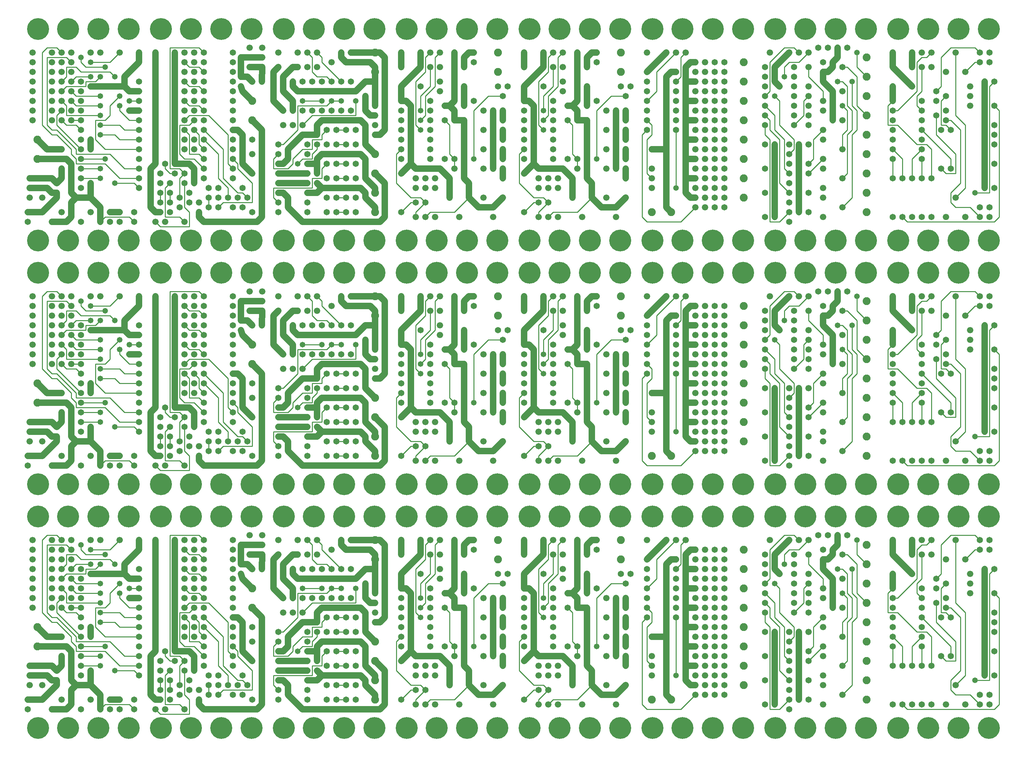
<source format=gtl>
%MOIN*%
%FSLAX25Y25*%
G04 D10 used for Character Trace; *
G04     Circle (OD=.01000) (No hole)*
G04 D11 used for Power Trace; *
G04     Circle (OD=.06700) (No hole)*
G04 D12 used for Signal Trace; *
G04     Circle (OD=.01100) (No hole)*
G04 D13 used for Via; *
G04     Circle (OD=.05800) (Round. Hole ID=.02800)*
G04 D14 used for Component hole; *
G04     Circle (OD=.06500) (Round. Hole ID=.03500)*
G04 D15 used for Component hole; *
G04     Circle (OD=.06600) (Round. Hole ID=.04200)*
G04 D16 used for Component hole; *
G04     Circle (OD=.08200) (Round. Hole ID=.05200)*
G04 D17 used for Component hole; *
G04     Circle (OD=.09000) (Round. Hole ID=.06000)*
G04 D18 used for Component hole; *
G04     Circle (OD=.11600) (Round. Hole ID=.08600)*
G04 D19 used for Component hole; *
G04     Circle (OD=.15500) (Round. Hole ID=.12500)*
G04 D20 used for Component hole; *
G04     Circle (OD=.18200) (Round. Hole ID=.15200)*
G04 D21 used for Component hole; *
G04     Circle (OD=.22600) (Round. Hole ID=.19600)*
%ADD10C,.01000*%
%ADD11C,.06700*%
%ADD12C,.01100*%
%ADD13C,.05800*%
%ADD14C,.06500*%
%ADD15C,.06600*%
%ADD16C,.08200*%
%ADD17C,.09000*%
%ADD18C,.11600*%
%ADD19C,.15500*%
%ADD20C,.18200*%
%ADD21C,.22600*%
%IPPOS*%
%LPD*%
G90*X0Y0D02*D21*X15625Y15625D03*D15*              
X30000Y35000D03*D11*X45000D01*X50000Y40000D01*    
Y55000D01*X55000Y60000D01*X70000D01*              
X80000Y50000D01*Y45000D01*D15*D03*D11*Y35000D01*  
D14*D03*D12*X85000Y40000D01*X110000D01*           
X115000Y35000D01*D14*D03*Y45000D03*X100000D03*D11*
X90000D01*D14*D03*X100000Y35000D03*X90000D03*D11* 
X70000Y60000D02*Y75000D01*D13*D03*D14*            
X60000Y80000D03*D12*X80000D01*D13*D03*Y90000D03*  
D12*X60000D01*D14*D03*D12*X55000Y95000D02*        
X85000D01*X100000Y80000D01*X120000D01*D14*D03*D12*
Y70000D02*X115000Y75000D01*D14*X120000Y70000D03*  
D12*X95000Y75000D02*X115000D01*D13*X95000D03*D12* 
X105000Y90000D02*X120000D01*D14*D03*Y100000D03*   
D12*X105000Y90000D02*X90000Y105000D01*X55000D01*  
Y110000D01*X35000Y130000D01*X30000D01*            
X25000Y135000D01*Y205000D01*X45000D01*            
X50000Y200000D01*D15*D03*D12*X60000Y190000D02*    
X55000Y195000D01*X60000Y190000D02*X90000D01*      
X95000Y185000D01*D13*D03*D11*X110000Y170000D02*   
X105000Y175000D01*X110000Y170000D02*X120000D01*   
D14*D03*D13*X110000Y160000D03*D12*X120000D01*D14* 
D03*D13*X110000Y150000D03*D11*X120000D01*D14*D03* 
D12*X110000Y140000D02*X120000D01*D14*D03*D12*     
X110000D02*X100000Y150000D01*Y155000D01*D13*D03*  
D12*X85000Y140000D02*X90000Y145000D01*            
X75000Y140000D02*X85000D01*X75000Y120000D02*      
Y140000D01*X85000Y110000D02*X75000Y120000D01*     
X85000Y110000D02*X120000D01*D14*D03*Y120000D03*   
D12*X100000D01*X95000Y125000D01*X80000D01*D13*D03*
Y135000D03*D12*X100000D01*X105000Y130000D01*      
X120000D01*D14*D03*D12*X90000Y145000D02*          
Y155000D01*D13*X80000D03*D12*X55000D01*           
X50000Y160000D01*D15*D03*D12*X55000Y165000D02*    
X80000D01*D13*D03*D12*X90000Y155000D02*           
X100000Y165000D01*D13*D03*D11*X70000Y175000D02*   
X105000D01*D13*X70000D03*D12*X65000Y180000D02*    
X75000D01*X65000Y175000D02*Y180000D01*            
X45000Y175000D02*X65000D01*X40000Y170000D02*      
X45000Y175000D01*D15*X40000Y170000D03*            
X50000Y180000D03*D12*X55000Y185000D01*X70000D01*  
D13*D03*D12*X75000Y180000D02*X80000Y185000D01*D13*
D03*X85000Y195000D03*D12*X65000D01*               
X60000Y200000D01*Y205000D01*D13*D03*              
X70000Y200000D03*D12*X90000D01*X100000Y210000D01* 
D15*D03*D11*X105000Y185000D02*X120000Y200000D01*  
X105000Y175000D02*Y185000D01*D14*                 
X120000Y180000D03*D11*Y200000D02*Y210000D01*D15*  
D03*D21*X109375Y234375D03*X78125D03*D15*          
X80000Y210000D03*X70000D03*D14*X60000Y150000D03*  
Y180000D03*Y170000D03*Y160000D03*D13*             
X80000Y145000D03*D12*X45000D01*Y155000D01*        
X40000Y160000D01*D15*D03*X50000Y150000D03*        
Y170000D03*D12*X55000Y165000D01*D15*              
X40000Y180000D03*D12*X45000Y185000D01*Y195000D01* 
X55000D01*D15*X50000Y190000D03*X40000Y210000D03*  
D12*X35000Y215000D01*X25000D01*X20000Y210000D01*  
Y135000D01*X30000Y125000D01*X35000D01*            
X50000Y110000D01*Y105000D01*X55000Y100000D01*     
Y95000D01*D14*X60000Y100000D03*D12*X85000D01*D13* 
D03*X70000Y110000D03*D11*Y120000D01*D13*D03*D14*  
X60000Y130000D03*D12*X55000Y135000D01*X45000D01*  
X40000Y140000D01*D15*D03*D12*X35000Y135000D02*    
Y145000D01*X60000Y110000D02*X35000Y135000D01*D14* 
X60000Y110000D03*Y120000D03*D11*X50000Y65000D02*  
Y95000D01*X55000Y60000D02*X50000Y65000D01*D14*    
X60000Y70000D03*D15*X70000Y45000D03*X40000D03*    
X35000Y75000D03*D11*X40000Y80000D01*Y90000D01*D15*
D03*D11*X35000Y75000D02*X30000Y80000D01*X20000D01*
D15*D03*D11*X7000D01*D15*D03*X20000Y70000D03*D11* 
X7000D01*D15*D03*X20000Y60000D03*D11*Y70000D02*   
X25000D01*X30000Y65000D01*X35000D01*D15*D03*D11*  
Y60000D01*X20000Y45000D01*D15*D03*D11*X5000D01*   
D14*D03*Y35000D03*D15*X7000Y60000D03*D21*         
X46875Y15625D03*D11*X50000Y95000D02*              
X45000Y100000D01*X15000D01*D16*D03*D11*           
X25000Y110000D02*X40000D01*D15*D03*D11*X25000D02* 
X15000Y120000D01*D16*D03*D15*X30000Y140000D03*    
X10000D03*D12*X35000Y145000D02*X40000Y150000D01*  
D15*D03*X50000Y140000D03*D12*X60000D01*D14*D03*   
D15*X30000Y170000D03*Y160000D03*Y150000D03*       
Y180000D03*X10000Y190000D03*Y180000D03*Y170000D03*
Y160000D03*Y150000D03*X40000Y190000D03*X30000D03* 
X40000Y200000D03*X30000D03*X10000D03*             
X50000Y210000D03*X30000D03*X10000D03*D21*         
X46875Y234375D03*X15625D03*D14*X60000Y35000D03*   
D21*X78125Y15625D03*X109375D03*G90*X2000Y0D02*D11*
X137000Y45000D02*X132000Y50000D01*                
X137000Y45000D02*X142000D01*D14*D03*D12*          
X147000Y40000D02*X162000D01*X167000Y35000D01*D15* 
D03*D12*X142000Y30000D02*X172000D01*X142000D02*   
X137000Y35000D01*D15*D03*X147000D03*D12*Y40000D02*
Y70000D01*X152000Y75000D01*D14*D03*               
X142000Y85000D03*Y65000D03*D12*Y55000D01*D14*D03* 
X152000Y45000D03*Y65000D03*D12*Y55000D01*D14*D03* 
X162000Y50000D03*Y60000D03*D12*Y80000D01*         
X167000Y85000D01*D14*D03*D12*X162000Y90000D01*    
X152000D01*Y215000D01*X182000D01*                 
X187000Y210000D01*D14*D03*D15*X177000Y200000D03*  
Y210000D03*D14*X187000Y200000D03*D12*             
X172000Y195000D02*X182000D01*X187000Y190000D01*   
D14*D03*D15*X177000Y180000D03*Y190000D03*D14*     
X187000Y180000D03*D12*X172000Y175000D02*          
X182000D01*X187000Y170000D01*D14*D03*D15*         
X177000Y160000D03*Y170000D03*D14*                 
X187000Y160000D03*D12*X172000Y155000D02*          
X182000D01*X187000Y150000D01*D14*D03*D12*         
X212000Y125000D02*X192000Y145000D01*              
X212000Y95000D02*Y125000D01*X217000Y90000D02*     
X212000Y95000D01*D14*X217000Y90000D03*D12*        
X222000D02*Y95000D01*X237000Y75000D02*            
X222000Y90000D01*X237000Y55000D02*Y75000D01*      
X207000Y55000D02*X237000D01*X202000Y50000D02*     
X207000Y55000D01*D14*X202000Y50000D03*            
X212000Y60000D03*D12*Y70000D01*X202000Y80000D01*  
Y105000D01*X187000Y120000D01*D14*D03*D12*         
X182000Y115000D02*Y125000D01*X187000Y110000D02*   
X182000Y115000D01*D14*X187000Y110000D03*D12*      
Y100000D02*X182000Y105000D01*D14*                 
X187000Y100000D03*D12*X172000Y105000D02*          
X182000D01*X172000D02*Y125000D01*                 
X167000Y130000D01*D15*D03*D12*X162000Y135000D02*  
X172000D01*X162000Y105000D02*Y135000D01*          
X167000Y100000D02*X162000Y105000D01*              
X167000Y100000D02*X177000D01*X187000Y90000D01*D14*
D03*D11*X177000Y75000D02*Y90000D01*D14*Y75000D03* 
X172000Y65000D03*X167000Y75000D03*D12*Y50000D01*  
X172000Y45000D01*Y30000D01*D11*X187000Y35000D02*  
X182000Y40000D01*D15*X187000Y35000D03*D11*        
X242000D01*X247000Y40000D01*Y45000D01*D14*D03*D11*
Y70000D01*D14*D03*D11*Y95000D01*D15*D03*D11*      
Y120000D01*D14*D03*D11*Y130000D01*                
X237000Y140000D01*D16*D03*D11*X227000Y95000D02*   
Y125000D01*X237000Y85000D02*X227000Y95000D01*D15* 
X237000Y85000D03*D12*X222000Y95000D02*            
X217000Y100000D01*D14*D03*D12*X207000Y80000D02*   
Y110000D01*X222000Y65000D02*X207000Y80000D01*     
X222000Y65000D02*X227000D01*X232000Y60000D01*D14* 
D03*X227000Y50000D03*X222000Y60000D03*            
X227000Y70000D03*X237000Y45000D03*                
X217000Y50000D03*Y80000D03*X202000Y70000D03*      
Y60000D03*X192000Y70000D03*Y60000D03*D12*         
Y50000D01*D14*D03*D11*X182000Y40000D02*Y45000D01* 
D15*D03*D14*X172000Y55000D03*D15*X182000D03*D21*  
X173875Y15625D03*X205125D03*D14*X187000Y80000D03* 
X142000Y75000D03*X157000Y85000D03*D12*X152000D01* 
X147000Y90000D01*Y95000D01*D14*D03*X157000D03*D11*
X167000D01*D14*D03*D11*X172000D01*                
X177000Y90000D01*D15*X157000Y110000D03*D11*       
Y95000D01*D15*X167000Y110000D03*D11*X157000D02*   
Y120000D01*D15*D03*D11*Y130000D01*D15*D03*D11*    
Y140000D01*D15*D03*D11*Y150000D01*D15*D03*D11*    
Y160000D01*D15*D03*D11*Y170000D01*D15*D03*D11*    
Y180000D01*D15*D03*D11*Y190000D01*D15*D03*D11*    
Y200000D01*D15*D03*D11*Y210000D01*D15*D03*        
X167000Y200000D03*D12*X172000Y195000D01*D15*      
X167000Y190000D03*Y180000D03*D12*                 
X172000Y175000D01*D15*X167000Y170000D03*          
Y160000D03*D12*X172000Y155000D01*D15*             
X177000Y150000D03*X167000D03*D12*Y140000D02*      
X172000Y145000D01*D15*X167000Y140000D03*D12*      
X172000Y135000D02*X177000Y140000D01*D15*D03*D12*  
X172000Y145000D02*X192000D01*D14*                 
X187000Y140000D03*D15*X177000Y130000D03*D12*      
X182000Y125000D01*D14*X187000Y130000D03*D12*      
X207000Y110000D01*D14*X217000Y120000D03*          
Y110000D03*D11*X227000Y125000D02*                 
X222000Y130000D01*X217000D01*D14*D03*Y140000D03*  
X237000Y120000D03*X217000Y150000D03*D15*          
X237000Y105000D03*D16*Y160000D03*D11*             
X227000Y170000D01*X225500Y175000D01*D15*D03*D11*  
X237000Y180000D02*X232000Y185000D01*D15*          
X237000Y180000D03*D11*X225500Y185000D02*          
X232000D01*D13*X225500D03*D11*Y195000D01*D15*D03* 
D11*Y205000D01*D13*D03*D11*X234500D01*D15*D03*D11*
X247500D01*D15*D03*X234500Y215000D03*Y195000D03*  
D11*X247500D01*D15*D03*D11*X247000Y180000D01*D15* 
D03*D14*X217000Y210000D03*Y200000D03*Y190000D03*  
Y180000D03*Y170000D03*Y160000D03*D15*             
X247500Y215000D03*D21*X236375Y234375D03*          
X205125D03*D15*X177000Y110000D03*Y120000D03*D21*  
X173875Y234375D03*D15*X167000Y210000D03*          
Y120000D03*D21*X142625Y234375D03*D15*             
X137000Y210000D03*D11*Y200000D01*D15*D03*D11*     
Y190000D01*D15*D03*D11*Y180000D01*D15*D03*D11*    
Y170000D01*D15*D03*D11*Y160000D01*D15*D03*D11*    
Y150000D01*D15*D03*D11*Y140000D01*D15*D03*D11*    
Y130000D01*D15*D03*D11*Y120000D01*D15*D03*D11*    
Y110000D01*D15*D03*D11*Y95000D01*D14*D03*D11*     
X132000Y90000D01*Y50000D01*D21*X142625Y15625D03*  
X236375D03*G90*X4000Y0D02*D12*X264000Y55000D02*   
X259000Y60000D01*D14*X264000Y55000D03*D12*        
X259000Y60000D02*Y70000D01*X299000D01*Y80000D01*  
X309000D01*Y90000D01*X314000Y95000D01*D14*D03*    
X304000Y85000D03*D11*Y95000D01*X294000D01*D14*D03*
D12*X289000Y100000D02*X299000D01*X284000Y95000D02*
X289000Y100000D01*D13*X284000Y95000D03*D12*       
X279000D02*Y100000D01*X274000Y90000D02*           
X279000Y95000D01*X259000Y90000D02*X274000D01*     
X259000D02*Y100000D01*X264000Y105000D01*D14*D03*  
D11*X269000Y95000D02*X274000Y100000D01*           
X264000Y95000D02*X269000D01*D14*X264000D03*       
Y85000D03*D11*X294000D01*D14*D03*X304000Y75000D03*
D11*X309000Y70000D01*X304000Y65000D01*X294000D01* 
D14*D03*Y75000D03*D11*X264000D01*D14*D03*         
Y65000D03*D11*X269000D01*X274000Y60000D01*        
Y50000D01*X289000Y35000D01*X369000D01*            
X374000Y40000D01*Y75000D01*X364000Y85000D01*D16*  
D03*D11*Y70000D02*X354000Y80000D01*               
X364000Y65000D02*Y70000D01*D16*Y65000D03*D11*     
X354000Y60000D02*Y65000D01*X364000Y50000D02*      
X354000Y60000D01*X364000Y45000D02*Y50000D01*D16*  
Y45000D03*D14*X344000Y60000D03*Y45000D03*D11*     
X354000Y65000D02*X349000Y70000D01*X309000D01*D14* 
X314000Y80000D03*Y60000D03*X294000Y55000D03*      
X324000Y60000D03*D12*X334000D01*D14*D03*          
X324000Y45000D03*D12*X334000D01*D14*D03*          
X314000D03*D21*X363375Y15625D03*X332125D03*D11*   
X354000Y80000D02*Y100000D01*X349000Y105000D01*    
X309000D01*X304000Y100000D01*Y95000D01*D12*       
X299000Y100000D02*Y105000D01*X304000Y110000D01*   
Y115000D01*D14*D03*D12*X299000Y120000D02*         
X309000D01*X299000Y110000D02*Y120000D01*          
X289000Y110000D02*X299000D01*X279000Y100000D02*   
X289000Y110000D01*D11*X274000Y100000D02*          
Y110000D01*X289000Y125000D01*X304000D01*D14*D03*  
D11*Y135000D01*X309000Y140000D01*X349000D01*      
X354000Y135000D01*Y115000D01*X364000Y105000D01*   
D16*D03*D14*X344000Y115000D03*D11*                
X364000Y125000D02*X369000D01*D15*X364000D03*D11*  
X369000D02*X374000Y130000D01*Y165000D01*D15*D03*  
D11*Y205000D01*X369000Y210000D01*X364000D01*D16*  
D03*D11*X339000D01*D14*D03*D11*X334000Y200000D02* 
X339000D01*D15*D03*D11*X359000D01*                
X364000Y195000D01*Y190000D01*D16*D03*D11*         
Y180000D01*Y155000D01*D15*D03*X354000Y165000D03*  
D11*Y150000D01*X359000Y145000D01*X364000D01*D15*  
D03*Y135000D03*D13*X344000Y160000D03*D12*         
Y145000D01*X299000D01*X289000Y135000D01*D15*D03*  
D12*X269000Y115000D02*X284000Y130000D01*          
X264000Y115000D02*X269000D01*D14*X264000D03*D15*  
X279000Y135000D03*X269000D03*D12*                 
X284000Y130000D02*Y155000D01*X314000D01*          
X319000Y160000D01*D13*D03*D12*X329000D01*D13*D03* 
D14*X339000Y150000D03*X319000D03*X329000D03*D11*  
X284000Y170000D02*X344000D01*X284000D02*          
X279000Y175000D01*Y180000D01*D14*D03*             
X269000Y170000D03*D11*X279000Y160000D01*          
Y150000D01*D14*D03*D13*X289000Y160000D03*D12*     
X309000D01*D13*D03*D14*X299000Y150000D03*         
X309000D03*X329000Y180000D03*D12*                 
X309000Y200000D01*Y205000D01*X304000Y210000D01*   
D15*D03*D12*X299000Y190000D02*Y205000D01*         
X304000Y185000D02*X299000Y190000D01*              
X304000Y185000D02*X314000D01*X319000Y180000D01*   
D14*D03*X309000D03*D15*X304000Y195000D03*D11*     
X334000Y200000D02*X329000Y205000D01*Y210000D01*   
D14*D03*D15*X319000Y200000D03*D21*                
X332125Y234375D03*D14*X299000Y180000D03*D21*      
X300875Y234375D03*D12*X299000Y205000D02*          
X294000Y210000D01*D15*D03*X284000D03*D11*         
X269000Y185000D02*X279000Y195000D01*              
X269000Y170000D02*Y185000D01*Y150000D02*          
X259000Y160000D01*D14*X269000Y150000D03*D11*      
X259000Y160000D02*Y190000D01*X264000Y195000D01*   
D15*D03*D11*X279000D02*X284000D01*D15*D03*        
X294000D03*D14*X289000Y180000D03*D15*             
X264000Y210000D03*D21*X269625Y234375D03*D14*      
X289000Y150000D03*X339000Y180000D03*D11*          
X344000Y170000D02*X354000Y180000D01*X364000D01*   
D14*X314000Y130000D03*D12*X309000Y125000D01*      
Y120000D01*D14*X314000Y115000D03*                 
X294000Y105000D03*X324000Y115000D03*D12*          
X334000D01*D14*D03*X344000Y130000D03*X334000D03*  
D12*X324000D01*D14*D03*X294000Y115000D03*         
X324000Y95000D03*D12*X334000D01*D14*D03*          
X344000D03*X324000Y80000D03*D12*X334000D01*D14*   
D03*X344000D03*X294000Y45000D03*D21*              
X269625Y15625D03*X300875D03*D14*X264000Y45000D03* 
D21*X363375Y234375D03*G90*X1000Y0D02*D12*         
X401000Y60000D02*X386000Y75000D01*                
X401000Y60000D02*X411000D01*X416000Y55000D01*D14* 
D03*D12*X406000Y45000D01*Y40000D01*D15*D03*       
X416000D03*D12*X421000Y45000D01*X446000D01*       
X461000Y60000D01*D15*D03*D11*X471000Y50000D01*    
X486000D01*X496000Y60000D01*D15*D03*              
X486000Y40000D03*D14*X496000Y80000D03*D11*        
Y90000D01*D15*D03*D14*Y100000D03*D11*Y110000D01*  
D15*D03*D14*Y120000D03*D11*Y130000D01*D15*D03*D14*
Y140000D03*D11*Y150000D01*D15*D03*X486000D03*D11* 
Y130000D01*D15*D03*D11*Y110000D01*D15*D03*D11*    
Y90000D01*D15*D03*X476000D03*D13*                 
X466000Y100000D03*D12*Y150000D01*                 
X481000Y165000D01*X496000D01*D14*D03*             
X501000Y175000D03*X491000D03*D15*                 
X476000Y150000D03*D16*X491000Y190000D03*D14*      
X466000Y160000D03*D15*X476000Y130000D03*D14*      
X466000Y200000D03*D11*X456000Y195000D02*          
Y205000D01*D15*Y195000D03*X446000Y185000D03*D11*  
Y160000D01*X441000Y155000D01*X446000Y150000D01*   
Y140000D01*D14*D03*D11*X456000D01*D14*D03*D11*    
Y120000D01*D14*D03*D11*Y100000D01*D14*D03*D11*    
Y90000D01*D15*D03*D11*Y80000D01*D14*D03*D11*      
X461000Y75000D01*Y60000D01*D15*X476000D03*D11*    
X441000D02*Y80000D01*D15*Y60000D03*               
X426000Y70000D03*Y40000D03*D11*X441000Y80000D02*  
X431000Y90000D01*X406000D01*X401000Y95000D01*     
X391000Y85000D01*D14*D03*D11*X401000Y95000D02*    
Y155000D01*X396000Y160000D01*X391000D01*D14*D03*  
D11*Y175000D01*D14*D03*D11*X411000Y195000D01*D15* 
D03*D11*Y210000D01*D15*D03*D12*X416000Y190000D02* 
Y205000D01*X406000Y180000D02*X416000Y190000D01*   
X406000Y135000D02*Y180000D01*X411000Y130000D02*   
X406000Y135000D01*D13*X411000Y130000D03*D14*      
X421000Y120000D03*Y140000D03*Y130000D03*D13*      
X411000Y140000D03*D12*X416000Y145000D01*          
Y165000D01*X426000Y175000D01*Y205000D01*          
X431000Y210000D01*D15*D03*X421000D03*D12*         
X416000Y205000D01*D15*X421000Y195000D03*D12*      
Y175000D01*X411000Y165000D01*Y150000D01*D13*D03*  
D14*X421000Y160000D03*Y150000D03*D15*             
X431000Y170000D03*D14*X391000Y130000D03*          
Y150000D03*Y140000D03*X436000D03*D12*             
X441000Y135000D01*Y105000D01*X446000Y100000D01*   
D14*D03*D12*Y90000D01*D15*D03*D14*                
X436000Y100000D03*D15*X426000Y80000D03*D14*       
X421000Y110000D03*Y100000D03*D15*X416000Y80000D03*
X476000Y110000D03*X416000Y70000D03*               
X406000Y80000D03*Y70000D03*D14*Y55000D03*D12*     
X401000D01*X391000Y45000D01*D14*D03*D12*          
X386000Y75000D02*Y105000D01*X391000Y110000D01*D14*
D03*Y120000D03*Y100000D03*X436000Y155000D03*D11*  
X441000D01*D14*X456000D03*D11*Y175000D01*D15*D03* 
D11*X446000Y185000D02*Y210000D01*D14*D03*D11*     
X456000Y205000D02*X461000Y210000D01*X466000D01*   
D14*D03*D21*X490375Y234375D03*D16*                
X491000Y210000D03*D21*X459125Y234375D03*D15*      
X431000Y195000D03*Y180000D03*D21*                 
X427875Y234375D03*D14*X411000Y175000D03*D21*      
X396625Y234375D03*D15*X391000Y210000D03*D11*      
Y195000D01*D15*D03*X451000Y40000D03*D21*          
X396625Y15625D03*X427875D03*X459125D03*X490375D03*
G90*X3000Y0D02*D12*X528000Y60000D02*              
X513000Y75000D01*X528000Y60000D02*X538000D01*     
X543000Y55000D01*D14*D03*D12*X533000Y45000D01*    
Y40000D01*D15*D03*X543000D03*D12*X548000Y45000D01*
X573000D01*X588000Y60000D01*D15*D03*D11*          
X598000Y50000D01*X613000D01*X623000Y60000D01*D15* 
D03*X613000Y40000D03*D14*X623000Y80000D03*D11*    
Y90000D01*D15*D03*D14*Y100000D03*D11*Y110000D01*  
D15*D03*D14*Y120000D03*D11*Y130000D01*D15*D03*D14*
Y140000D03*D11*Y150000D01*D15*D03*X613000D03*D11* 
Y130000D01*D15*D03*D11*Y110000D01*D15*D03*D11*    
Y90000D01*D15*D03*X603000D03*D13*                 
X593000Y100000D03*D12*Y150000D01*                 
X608000Y165000D01*X623000D01*D14*D03*             
X628000Y175000D03*X618000D03*D15*                 
X603000Y150000D03*D16*X618000Y190000D03*D14*      
X593000Y160000D03*D15*X603000Y130000D03*D14*      
X593000Y200000D03*D11*X583000Y195000D02*          
Y205000D01*D15*Y195000D03*X573000Y185000D03*D11*  
Y160000D01*X568000Y155000D01*X573000Y150000D01*   
Y140000D01*D14*D03*D11*X583000D01*D14*D03*D11*    
Y120000D01*D14*D03*D11*Y100000D01*D14*D03*D11*    
Y90000D01*D15*D03*D11*Y80000D01*D14*D03*D11*      
X588000Y75000D01*Y60000D01*D15*X603000D03*D11*    
X568000D02*Y80000D01*D15*Y60000D03*               
X553000Y70000D03*Y40000D03*D11*X568000Y80000D02*  
X558000Y90000D01*X533000D01*X528000Y95000D01*     
X518000Y85000D01*D14*D03*D11*X528000Y95000D02*    
Y155000D01*X523000Y160000D01*X518000D01*D14*D03*  
D11*Y175000D01*D14*D03*D11*X538000Y195000D01*D15* 
D03*D11*Y210000D01*D15*D03*D12*X543000Y190000D02* 
Y205000D01*X533000Y180000D02*X543000Y190000D01*   
X533000Y135000D02*Y180000D01*X538000Y130000D02*   
X533000Y135000D01*D13*X538000Y130000D03*D14*      
X548000Y120000D03*Y140000D03*Y130000D03*D13*      
X538000Y140000D03*D12*X543000Y145000D01*          
Y165000D01*X553000Y175000D01*Y205000D01*          
X558000Y210000D01*D15*D03*X548000D03*D12*         
X543000Y205000D01*D15*X548000Y195000D03*D12*      
Y175000D01*X538000Y165000D01*Y150000D01*D13*D03*  
D14*X548000Y160000D03*Y150000D03*D15*             
X558000Y170000D03*D14*X518000Y130000D03*          
Y150000D03*Y140000D03*X563000D03*D12*             
X568000Y135000D01*Y105000D01*X573000Y100000D01*   
D14*D03*D12*Y90000D01*D15*D03*D14*                
X563000Y100000D03*D15*X553000Y80000D03*D14*       
X548000Y110000D03*Y100000D03*D15*X543000Y80000D03*
X603000Y110000D03*X543000Y70000D03*               
X533000Y80000D03*Y70000D03*D14*Y55000D03*D12*     
X528000D01*X518000Y45000D01*D14*D03*D12*          
X513000Y75000D02*Y105000D01*X518000Y110000D01*D14*
D03*Y120000D03*Y100000D03*X563000Y155000D03*D11*  
X568000D01*D14*X583000D03*D11*Y175000D01*D15*D03* 
D11*X573000Y185000D02*Y210000D01*D14*D03*D11*     
X583000Y205000D02*X588000Y210000D01*X593000D01*   
D14*D03*D21*X617375Y234375D03*D16*                
X618000Y210000D03*D21*X586125Y234375D03*D15*      
X558000Y195000D03*Y180000D03*D21*                 
X554875Y234375D03*D14*X538000Y175000D03*D21*      
X523625Y234375D03*D15*X518000Y210000D03*D11*      
Y195000D01*D15*D03*X578000Y40000D03*D21*          
X523625Y15625D03*X554875D03*X586125D03*X617375D03*
G90*X0Y0D02*D12*X645000Y35000D02*X640000Y40000D01*
X645000Y35000D02*X680000D01*X695000Y50000D01*D15* 
D03*X705000Y60000D03*Y50000D03*X695000Y60000D03*  
D11*X690000D01*X685000Y65000D01*Y80000D01*        
X695000D01*D15*D03*X705000Y70000D03*Y90000D03*    
Y80000D03*X695000Y90000D03*D11*X685000Y80000D02*  
Y100000D01*X695000D01*D15*D03*X705000Y110000D03*  
D14*X685000Y105000D03*D11*Y100000D01*Y105000D02*  
Y120000D01*X695000D01*D15*D03*X705000Y130000D03*  
Y120000D03*X695000Y130000D03*D11*                 
X685000Y120000D02*Y140000D01*X695000D01*D15*D03*  
X705000Y150000D03*Y140000D03*X695000Y150000D03*   
D11*X685000Y140000D02*Y160000D01*X695000D01*D15*  
D03*X705000Y170000D03*Y160000D03*                 
X695000Y170000D03*D11*X685000Y160000D02*          
Y180000D01*X695000D01*D15*D03*X705000Y190000D03*  
Y180000D03*X695000Y190000D03*D11*                 
X685000Y180000D02*Y195000D01*X690000Y200000D01*   
X695000D01*D15*D03*X685000Y210000D03*D12*         
X680000Y205000D01*Y185000D01*X675000Y180000D01*   
D14*D03*D11*X665000Y110000D02*Y185000D01*         
Y105000D02*Y110000D01*D14*Y105000D03*D11*         
Y50000D01*X670000Y45000D01*D16*D03*X650000D03*D12*
X690000Y60000D02*X695000D01*D15*Y70000D03*D14*    
X715000Y80000D03*Y50000D03*D13*X675000Y70000D03*  
D12*Y130000D01*D14*D03*Y140000D03*D15*            
X695000Y110000D03*D11*X650000D02*X665000D01*D15*  
X650000D03*D12*X645000Y85000D02*Y120000D01*       
X650000Y80000D02*X645000Y85000D01*D15*            
X650000Y80000D03*Y90000D03*Y70000D03*D12*         
X640000Y40000D02*Y125000D01*X645000Y130000D01*D14*
D03*D12*Y120000D02*X650000Y125000D01*Y135000D01*  
X645000Y140000D01*D14*D03*Y150000D03*Y160000D03*  
D12*X655000Y170000D01*Y190000D01*                 
X675000Y210000D01*D15*D03*X665000D03*D11*         
X645000Y190000D01*D14*D03*Y180000D03*D11*         
X665000Y185000D02*X670000Y190000D01*X675000D01*   
D14*D03*Y170000D03*D15*X645000Y210000D03*D14*     
X675000Y160000D03*D15*X705000Y200000D03*D14*      
X645000Y170000D03*X715000Y150000D03*Y160000D03*   
Y170000D03*Y180000D03*Y190000D03*                 
X675000Y150000D03*X715000Y200000D03*D21*          
X713125Y234375D03*X681875D03*X650625D03*D14*      
X725000Y140000D03*Y150000D03*Y160000D03*          
Y170000D03*Y180000D03*Y190000D03*Y200000D03*      
X715000Y140000D03*Y130000D03*X725000D03*D16*      
X745000Y120000D03*Y140000D03*Y160000D03*          
Y180000D03*Y200000D03*D14*X715000Y120000D03*D21*  
X744375Y234375D03*D14*X725000Y120000D03*          
X715000Y110000D03*X725000D03*D15*                 
X705000Y100000D03*D14*X715000D03*X725000D03*D16*  
X745000D03*D14*X715000Y90000D03*X725000D03*       
Y80000D03*D16*X745000D03*D14*X715000Y70000D03*    
X725000D03*X715000Y60000D03*X725000D03*D16*       
X745000D03*D14*X725000Y50000D03*D21*              
X650625Y15625D03*X681875D03*X713125D03*X744375D03*
G90*X2000Y0D02*D14*X767000Y40000D03*Y65000D03*    
Y90000D03*Y115000D03*D12*X772000Y120000D02*       
X767000Y125000D01*X772000Y35000D02*Y120000D01*    
Y35000D02*X782000D01*X792000Y45000D01*D14*D03*    
X802000D03*D11*Y65000D01*D14*D03*D11*Y85000D01*   
D14*D03*D11*Y95000D01*D14*D03*D11*Y115000D01*D15* 
D03*D12*X797000Y110000D02*Y120000D01*             
X792000Y105000D02*X797000Y110000D01*D14*          
X792000Y105000D03*D15*Y115000D03*D14*Y95000D03*   
X777000Y90000D03*D11*Y65000D01*D14*D03*D11*       
Y40000D01*D14*D03*X792000Y55000D03*Y35000D03*     
Y65000D03*D12*X782000Y75000D01*Y120000D01*        
X772000Y130000D01*Y140000D01*X767000Y145000D01*   
D14*D03*D12*X777000Y130000D02*Y145000D01*         
X787000Y120000D02*X777000Y130000D01*              
X787000Y90000D02*Y120000D01*X792000Y85000D02*     
X787000Y90000D01*D14*X792000Y85000D03*Y75000D03*  
D11*X777000Y90000D02*Y115000D01*D14*D03*D12*      
X767000Y125000D02*Y135000D01*D14*D03*D12*         
X777000Y145000D02*X767000Y155000D01*D14*D03*D13*  
X777000Y165000D03*D12*X782000Y160000D01*          
Y135000D01*X797000Y120000D01*D14*                 
X812000Y135000D03*D15*Y115000D03*D14*             
X797000Y135000D03*D12*X807000Y145000D01*          
Y160000D01*X812000Y165000D01*D15*D03*Y175000D03*  
Y155000D03*X827000Y150000D03*Y180000D03*D11*      
X837000Y170000D01*Y140000D01*D13*D03*D15*         
X827000Y130000D03*D12*X817000Y120000D01*          
Y100000D01*X812000Y95000D01*D14*D03*Y85000D03*D12*
X827000Y100000D01*D15*D03*Y90000D03*              
X847000Y80000D03*D12*X852000Y85000D01*Y125000D01* 
X857000Y130000D01*Y150000D01*X852000Y155000D01*   
Y175000D01*X847000Y180000D01*X842000D01*D13*D03*  
D11*X827000Y190000D02*X832000D01*D14*X827000D03*  
D11*Y180000D01*X832000Y190000D02*                 
X837000Y195000D01*D14*D03*D11*Y200000D01*         
X842000Y205000D01*Y215000D01*D14*D03*X852000D03*  
X832000D03*X827000Y200000D03*D12*                 
X872000Y185000D02*X862000Y195000D01*D16*          
X872000Y185000D03*D12*X862000Y195000D02*          
Y210000D01*D13*D03*D16*X872000Y205000D03*D14*     
X847000Y195000D03*D12*X852000D01*                 
X862000Y185000D01*Y155000D01*X872000Y145000D01*   
D16*D03*D12*X862000Y130000D02*Y150000D01*         
X857000Y125000D02*X862000Y130000D01*              
X857000Y60000D02*Y125000D01*X847000Y50000D02*     
X857000Y60000D01*D15*X847000Y50000D03*            
X827000Y70000D03*Y60000D03*Y40000D03*D16*         
X872000Y45000D03*Y65000D03*Y85000D03*D14*         
X812000Y65000D03*D21*X840125Y15625D03*D14*        
X812000Y45000D03*D21*X871375Y15625D03*X808875D03* 
D16*X872000Y105000D03*D15*X847000Y110000D03*D12*  
Y125000D01*X852000Y130000D01*Y150000D01*          
X847000Y155000D01*D13*D03*D12*X862000Y150000D02*  
X857000Y155000D01*Y180000D01*D13*D03*D15*         
X847000Y170000D03*D16*X872000Y165000D03*D12*      
X827000Y160000D02*Y170000D01*D15*Y160000D03*D12*  
Y170000D02*X812000Y185000D01*Y195000D01*D15*D03*  
D12*X792000Y200000D02*X802000D01*                 
X787000Y195000D02*X792000Y200000D01*              
X787000Y185000D02*Y195000D01*D13*Y185000D03*D14*  
X797000Y175000D03*Y195000D03*D13*X777000D03*D11*  
Y180000D01*X782000Y175000D01*D13*D03*D12*         
X767000Y165000D02*X772000Y170000D01*D14*          
X767000Y165000D03*D12*X772000Y170000D02*          
Y200000D01*X787000Y215000D01*X797000D01*          
X802000Y210000D01*D15*D03*X812000D03*D12*         
X802000Y200000D01*D15*X792000Y210000D03*D11*      
X777000Y195000D01*D14*X767000Y185000D03*          
Y195000D03*D15*X772000Y210000D03*D14*             
X797000Y185000D03*X767000Y175000D03*              
X797000Y165000D03*D21*X808875Y234375D03*          
X777625D03*D14*X797000Y155000D03*                 
X822000Y215000D03*X797000Y145000D03*X812000D03*   
D21*X840125Y234375D03*D15*X847000Y140000D03*      
X827000Y120000D03*D16*X872000Y125000D03*D21*      
X871375Y234375D03*X777625Y15625D03*G90*X4000Y0D02*
D12*X894000Y135000D02*X904000D01*                 
X924000Y115000D01*X934000D01*X939000Y110000D01*   
Y80000D01*D14*D03*X949000Y90000D03*D12*           
X954000Y85000D01*X964000D01*Y105000D01*           
X944000Y125000D01*Y145000D01*D14*D03*D12*         
X959000Y130000D02*X954000Y135000D01*D14*          
X959000Y130000D03*D12*X949000Y135000D02*          
X954000D01*X949000D02*Y160000D01*                 
X954000Y165000D01*D14*D03*X944000Y170000D03*D12*  
X949000Y175000D01*Y205000D01*X959000Y215000D01*   
X984000D01*X989000Y210000D01*D14*D03*             
X999000Y200000D03*D12*X974000Y190000D02*          
X984000Y200000D01*D15*X974000Y190000D03*D12*      
X984000Y200000D02*X989000D01*D14*D03*             
X999000Y210000D03*X994000Y180000D03*D11*          
Y155000D01*D14*D03*D11*Y95000D01*D14*D03*D11*     
Y70000D01*D14*D03*D12*X984000Y65000D02*X999000D01*
D13*X984000D03*D12*X964000Y60000D02*              
X974000Y70000D01*D15*X964000Y60000D03*D12*        
X959000Y55000D02*Y65000D01*X964000Y50000D02*      
X959000Y55000D01*X964000Y50000D02*X979000D01*     
X989000Y40000D01*D14*D03*X999000Y50000D03*        
Y40000D03*X989000Y50000D03*D12*X914000Y35000D02*  
X1004000D01*X914000D02*X909000Y40000D01*D14*D03*  
X919000D03*X899000D03*X929000D03*D21*             
X935875Y15625D03*X904625D03*D14*X939000Y40000D03* 
X929000Y80000D03*D12*Y100000D01*D14*D03*          
Y110000D03*D12*X919000Y100000D01*Y80000D01*D14*   
D03*X909000D03*D12*Y100000D01*X899000Y110000D01*  
D14*D03*Y120000D03*Y100000D03*D12*Y80000D01*D14*  
D03*X929000Y120000D03*X949000Y130000D03*          
X929000D03*D12*X959000Y100000D01*Y90000D01*D14*   
D03*D12*Y65000D02*X969000Y75000D01*Y130000D01*    
X959000Y140000D01*X954000D01*D14*D03*Y150000D03*  
D12*X974000Y135000D02*X964000Y145000D01*          
X974000Y70000D02*Y135000D01*X999000Y65000D02*     
Y175000D01*X1004000Y180000D01*D14*D03*D15*        
X979000Y155000D03*D14*X1004000D03*D12*            
X1009000Y150000D01*Y40000D01*X1004000Y35000D01*   
D21*X998375Y15625D03*D15*X974000Y40000D03*D14*    
X1004000Y70000D03*D21*X967125Y15625D03*D15*       
X954000Y40000D03*D14*X1004000Y95000D03*Y115000D03*
Y125000D03*Y135000D03*X899000Y140000D03*          
Y130000D03*X929000Y140000D03*D12*                 
X894000Y135000D02*Y155000D01*X899000Y160000D01*   
D14*D03*D11*Y175000D01*D14*D03*D15*               
X919000Y195000D03*D11*Y210000D01*D15*D03*D12*     
X924000Y200000D02*X929000Y205000D01*              
X924000Y170000D02*Y200000D01*X904000Y150000D02*   
X924000Y170000D01*X899000Y150000D02*X904000D01*   
D14*X899000D03*X919000Y175000D03*D11*             
X899000Y195000D01*D15*D03*D11*Y210000D01*D15*D03* 
D21*X904625Y234375D03*D15*X929000Y195000D03*D12*  
Y170000D01*X924000Y165000D01*Y155000D01*          
X929000Y150000D01*D14*D03*Y160000D03*X944000D03*  
D12*X964000Y145000D02*Y210000D01*D15*D03*         
X954000Y190000D03*D21*X967125Y234375D03*D15*      
X939000Y210000D03*D12*X934000Y205000D01*          
X929000D01*D15*Y210000D03*X939000Y195000D03*D21*  
X935875Y234375D03*D15*X979000Y165000D03*          
Y175000D03*D21*X998375Y234375D03*G90*X0Y2000D02*  
X109375Y267625D03*X78125D03*X46875D03*X15625D03*  
D14*X115000Y287000D03*D12*X110000Y292000D01*      
X85000D01*X80000Y287000D01*D14*D03*D11*Y297000D01*
D15*D03*D11*Y302000D01*X70000Y312000D01*X55000D01*
X50000Y307000D01*Y292000D01*X45000Y287000D01*     
X30000D01*D15*D03*X40000Y297000D03*X20000D03*D11* 
X5000D01*D14*D03*Y287000D03*D15*X20000Y312000D03* 
X7000D03*D11*X20000Y297000D02*X35000Y312000D01*   
Y317000D01*D15*D03*D11*X30000D01*X25000Y322000D01*
X20000D01*D15*D03*D11*X7000D01*D15*D03*           
X20000Y332000D03*D11*X7000D01*D15*D03*D11*        
X20000D02*X30000D01*X35000Y327000D01*D15*D03*D11* 
X40000Y332000D01*Y342000D01*D15*D03*D11*          
X50000Y347000D02*X45000Y352000D01*                
X50000Y317000D02*Y347000D01*X55000Y312000D02*     
X50000Y317000D01*D14*X60000Y322000D03*D15*        
X70000Y297000D03*D13*Y327000D03*D11*Y312000D01*   
D14*X90000Y297000D03*D11*X100000D01*D14*D03*      
X90000Y287000D03*X100000D03*X115000Y297000D03*    
X120000Y322000D03*D12*X115000Y327000D01*X95000D01*
D13*D03*D12*X100000Y332000D02*X120000D01*D14*D03* 
Y342000D03*D12*X105000D01*X90000Y357000D01*       
X55000D01*Y362000D01*X35000Y382000D01*X30000D01*  
X25000Y387000D01*Y457000D01*X45000D01*            
X50000Y452000D01*D15*D03*D12*X60000Y442000D02*    
X55000Y447000D01*X60000Y442000D02*X90000D01*      
X95000Y437000D01*D13*D03*D11*X110000Y422000D02*   
X105000Y427000D01*X110000Y422000D02*X120000D01*   
D14*D03*D13*X110000Y412000D03*D12*X120000D01*D14* 
D03*D13*X110000Y402000D03*D11*X120000D01*D14*D03* 
D12*X110000Y392000D02*X120000D01*D14*D03*D12*     
X110000D02*X100000Y402000D01*Y407000D01*D13*D03*  
D12*X85000Y392000D02*X90000Y397000D01*            
X75000Y392000D02*X85000D01*X75000Y372000D02*      
Y392000D01*X85000Y362000D02*X75000Y372000D01*     
X85000Y362000D02*X120000D01*D14*D03*Y372000D03*   
D12*X100000D01*X95000Y377000D01*X80000D01*D13*D03*
Y387000D03*D12*X100000D01*X105000Y382000D01*      
X120000D01*D14*D03*D12*X90000Y397000D02*          
Y407000D01*D13*X80000D03*D12*X55000D01*           
X50000Y412000D01*D15*D03*D12*X55000Y417000D02*    
X80000D01*D13*D03*D12*X90000Y407000D02*           
X100000Y417000D01*D13*D03*D11*X70000Y427000D02*   
X105000D01*D13*X70000D03*D12*X65000Y432000D02*    
X75000D01*X65000Y427000D02*Y432000D01*            
X45000Y427000D02*X65000D01*X40000Y422000D02*      
X45000Y427000D01*D15*X40000Y422000D03*            
X50000Y432000D03*D12*X55000Y437000D01*X70000D01*  
D13*D03*D12*X75000Y432000D02*X80000Y437000D01*D13*
D03*X85000Y447000D03*D12*X65000D01*               
X60000Y452000D01*Y457000D01*D13*D03*              
X70000Y452000D03*D12*X90000D01*X100000Y462000D01* 
D15*D03*D11*X105000Y437000D02*X120000Y452000D01*  
X105000Y427000D02*Y437000D01*D14*                 
X120000Y432000D03*D11*Y452000D02*Y462000D01*D15*  
D03*D21*X109375Y486375D03*X78125D03*D15*          
X80000Y462000D03*X70000D03*D14*X60000Y402000D03*  
Y432000D03*Y422000D03*Y412000D03*D13*             
X80000Y397000D03*D12*X45000D01*Y407000D01*        
X40000Y412000D01*D15*D03*X50000Y402000D03*        
Y422000D03*D12*X55000Y417000D01*D15*              
X40000Y432000D03*D12*X45000Y437000D01*Y447000D01* 
X55000D01*D15*X50000Y442000D03*X40000Y462000D03*  
D12*X35000Y467000D01*X25000D01*X20000Y462000D01*  
Y387000D01*X30000Y377000D01*X35000D01*            
X50000Y362000D01*Y357000D01*X55000Y352000D01*     
Y347000D01*X85000D01*X100000Y332000D01*D14*       
X120000Y352000D03*D13*X80000Y342000D03*D12*       
X60000D01*D14*D03*Y352000D03*D12*X85000D01*D13*   
D03*X70000Y362000D03*D11*Y372000D01*D13*D03*D14*  
X60000Y382000D03*D12*X55000Y387000D01*X45000D01*  
X40000Y392000D01*D15*D03*D12*X35000Y387000D02*    
Y397000D01*X60000Y362000D02*X35000Y387000D01*D14* 
X60000Y362000D03*Y372000D03*D11*X15000Y352000D02* 
X45000D01*D16*X15000D03*D11*X25000Y362000D02*     
X40000D01*D15*D03*D11*X25000D02*X15000Y372000D01* 
D16*D03*D15*X30000Y392000D03*X10000D03*D12*       
X35000Y397000D02*X40000Y402000D01*D15*D03*        
X50000Y392000D03*D12*X60000D01*D14*D03*D15*       
X30000Y422000D03*Y412000D03*Y402000D03*Y432000D03*
X10000Y442000D03*Y432000D03*Y422000D03*Y412000D03*
Y402000D03*X40000Y442000D03*X30000D03*D14*        
X60000Y332000D03*D12*X80000D01*D13*D03*D14*       
X60000Y287000D03*D15*X40000Y452000D03*X30000D03*  
X10000D03*X50000Y462000D03*X30000D03*X10000D03*   
D21*X46875Y486375D03*X15625D03*G90*X2000Y2000D02* 
X236375Y267625D03*X205125D03*X173875D03*          
X142625D03*D12*X142000Y282000D02*X172000D01*      
X142000D02*X137000Y287000D01*D15*D03*D14*         
X142000Y297000D03*D11*X137000D01*                 
X132000Y302000D01*Y342000D01*X137000Y347000D01*   
D14*D03*D11*Y362000D01*D15*D03*D11*Y372000D01*D15*
D03*D11*Y382000D01*D15*D03*D11*Y392000D01*D15*D03*
D11*Y402000D01*D15*D03*D11*Y412000D01*D15*D03*D11*
Y422000D01*D15*D03*D11*Y432000D01*D15*D03*D11*    
Y442000D01*D15*D03*D11*Y452000D01*D15*D03*D11*    
Y462000D01*D15*D03*D12*X152000Y342000D02*         
Y467000D01*Y342000D02*X162000D01*                 
X167000Y337000D01*D14*D03*D12*X162000Y332000D01*  
Y312000D01*D14*D03*X172000Y307000D03*             
X152000Y317000D03*D12*Y307000D01*D14*D03*         
X142000Y317000D03*D12*Y307000D01*D14*D03*         
X152000Y297000D03*D12*X147000Y292000D02*          
Y322000D01*Y292000D02*X162000D01*                 
X167000Y287000D01*D15*D03*D12*X172000Y282000D02*  
Y297000D01*X167000Y302000D01*Y327000D01*D14*D03*  
X157000Y337000D03*D12*X152000D01*                 
X147000Y342000D01*Y347000D01*D14*D03*             
X142000Y337000D03*X157000Y347000D03*D11*          
X167000D01*D14*D03*D11*X172000D01*                
X177000Y342000D01*Y327000D01*D14*D03*             
X172000Y317000D03*X187000Y332000D03*              
X192000Y312000D03*D12*Y302000D01*D14*D03*         
X202000Y312000D03*D11*X187000Y287000D02*          
X182000Y292000D01*D15*X187000Y287000D03*D11*      
X242000D01*X247000Y292000D01*Y297000D01*D14*D03*  
D11*Y322000D01*D14*D03*D11*Y347000D01*D15*D03*D11*
Y372000D01*D14*D03*D11*Y382000D01*                
X237000Y392000D01*D16*D03*D11*X227000Y347000D02*  
Y377000D01*X237000Y337000D02*X227000Y347000D01*   
D15*X237000Y337000D03*D12*Y307000D02*Y327000D01*  
X207000Y307000D02*X237000D01*X202000Y302000D02*   
X207000Y307000D01*D14*X202000Y302000D03*          
X212000Y312000D03*D12*Y322000D01*                 
X202000Y332000D01*Y357000D01*X187000Y372000D01*   
D14*D03*D12*X182000Y367000D02*Y377000D01*         
X187000Y362000D02*X182000Y367000D01*D14*          
X187000Y362000D03*D12*Y352000D02*                 
X182000Y357000D01*D14*X187000Y352000D03*D12*      
X172000Y357000D02*X182000D01*X172000D02*          
Y377000D01*X167000Y382000D01*D15*D03*D12*         
X162000Y387000D02*X172000D01*X162000Y357000D02*   
Y387000D01*X167000Y352000D02*X162000Y357000D01*   
X167000Y352000D02*X177000D01*X187000Y342000D01*   
D14*D03*D12*X207000Y332000D02*Y362000D01*         
X222000Y317000D02*X207000Y332000D01*              
X222000Y317000D02*X227000D01*X232000Y312000D01*   
D14*D03*X227000Y302000D03*X222000Y312000D03*      
X227000Y322000D03*D12*X237000Y327000D02*          
X222000Y342000D01*Y347000D01*X217000Y352000D01*   
D14*D03*D12*Y342000D02*X212000Y347000D01*D14*     
X217000Y342000D03*D12*X212000Y347000D02*          
Y377000D01*X192000Y397000D01*X172000D01*          
X167000Y392000D01*D15*D03*D12*X172000Y387000D02*  
X177000Y392000D01*D15*D03*D14*X187000Y382000D03*  
D12*X207000Y362000D01*D14*X217000Y372000D03*      
Y362000D03*D11*X227000Y377000D02*                 
X222000Y382000D01*X217000D01*D14*D03*Y392000D03*  
X237000Y372000D03*X217000Y402000D03*D15*          
X237000Y357000D03*D14*X187000Y412000D03*D16*      
X237000D03*D11*X227000Y422000D01*                 
X225500Y427000D01*D15*D03*D11*X237000Y432000D02*  
X232000Y437000D01*D15*X237000Y432000D03*D11*      
X225500Y437000D02*X232000D01*D13*X225500D03*D11*  
Y447000D01*D15*D03*D11*Y457000D01*D13*D03*D11*    
X234500D01*D15*D03*D11*X247500D01*D15*D03*        
X234500Y467000D03*Y447000D03*D11*X247500D01*D15*  
D03*D11*X247000Y432000D01*D15*D03*D14*            
X217000Y462000D03*Y452000D03*Y442000D03*          
Y432000D03*Y422000D03*Y412000D03*D15*             
X247500Y467000D03*D21*X236375Y486375D03*          
X205125D03*D14*X187000Y462000D03*D12*             
X182000Y467000D01*X152000D01*D15*                 
X157000Y462000D03*D11*Y452000D01*D15*D03*D11*     
Y442000D01*D15*D03*D11*Y432000D01*D15*D03*D11*    
Y422000D01*D15*D03*D11*Y412000D01*D15*D03*D11*    
Y402000D01*D15*D03*D11*Y392000D01*D15*D03*D11*    
Y382000D01*D15*D03*D11*Y372000D01*D15*D03*D11*    
Y362000D01*D15*D03*D11*Y347000D01*D15*            
X167000Y362000D03*D14*X142000Y327000D03*          
X152000D03*D12*X147000Y322000D01*D14*             
X162000Y302000D03*D11*X182000Y292000D02*          
Y297000D01*D15*D03*Y307000D03*D14*                
X202000Y322000D03*X192000D03*X217000Y332000D03*   
Y302000D03*D15*X147000Y287000D03*D14*             
X237000Y297000D03*D15*X177000Y362000D03*          
Y372000D03*X167000D03*D12*X182000Y377000D02*      
X177000Y382000D01*D15*D03*D14*X187000Y392000D03*  
Y402000D03*D12*X182000Y407000D01*X172000D01*      
X167000Y412000D01*D15*D03*X177000Y402000D03*      
Y422000D03*Y412000D03*X167000Y422000D03*          
Y402000D03*D12*X187000Y422000D02*                 
X182000Y427000D01*D14*X187000Y422000D03*D12*      
X172000Y427000D02*X182000D01*X172000D02*          
X167000Y432000D01*D15*D03*X177000Y442000D03*      
Y432000D03*X167000Y442000D03*D12*X187000D02*      
X182000Y447000D01*D14*X187000Y442000D03*D12*      
X172000Y447000D02*X182000D01*X172000D02*          
X167000Y452000D01*D15*D03*X177000Y462000D03*      
Y452000D03*X167000Y462000D03*D14*                 
X187000Y432000D03*Y452000D03*D21*                 
X173875Y486375D03*X142625D03*G90*X4000Y2000D02*   
X269625Y267625D03*D11*X289000Y287000D02*          
X369000D01*X374000Y292000D01*Y327000D01*          
X364000Y337000D01*D16*D03*D11*Y322000D02*         
X354000Y332000D01*X364000Y317000D02*Y322000D01*   
D16*Y317000D03*D11*X354000Y312000D02*Y317000D01*  
X364000Y302000D02*X354000Y312000D01*              
X364000Y297000D02*Y302000D01*D16*Y297000D03*D14*  
X344000Y312000D03*Y297000D03*D11*                 
X354000Y317000D02*X349000Y322000D01*X309000D01*   
X304000Y317000D01*X294000D01*D14*D03*D12*         
X259000Y322000D02*X299000D01*X259000Y312000D02*   
Y322000D01*X264000Y307000D02*X259000Y312000D01*   
D14*X264000Y307000D03*D11*X289000Y287000D02*      
X274000Y302000D01*D14*X294000Y297000D03*D11*      
X274000Y302000D02*Y312000D01*X269000Y317000D01*   
X264000D01*D14*D03*Y327000D03*D11*X294000D01*D14* 
D03*D12*X299000Y322000D02*Y332000D01*X309000D01*  
Y342000D01*X314000Y347000D01*D14*D03*             
X304000Y337000D03*D11*Y347000D01*X294000D01*D14*  
D03*D12*X289000Y352000D02*X299000D01*             
X284000Y347000D02*X289000Y352000D01*D13*          
X284000Y347000D03*D12*X279000D02*Y352000D01*      
X274000Y342000D02*X279000Y347000D01*              
X259000Y342000D02*X274000D01*X259000D02*          
Y352000D01*X264000Y357000D01*D14*D03*D11*         
X269000Y347000D02*X274000Y352000D01*              
X264000Y347000D02*X269000D01*D14*X264000D03*      
Y337000D03*D11*X294000D01*D14*D03*                
X304000Y327000D03*D11*X309000Y322000D01*D14*      
X314000Y332000D03*Y312000D03*X294000Y307000D03*   
X324000Y312000D03*D12*X334000D01*D14*D03*         
X324000Y297000D03*D12*X334000D01*D14*D03*         
X314000D03*D21*X363375Y267625D03*X332125D03*D11*  
X354000Y332000D02*Y352000D01*X349000Y357000D01*   
X309000D01*X304000Y352000D01*Y347000D01*D12*      
X299000Y352000D02*Y357000D01*X304000Y362000D01*   
Y367000D01*D14*D03*D12*X299000Y372000D02*         
X309000D01*X299000Y362000D02*Y372000D01*          
X289000Y362000D02*X299000D01*X279000Y352000D02*   
X289000Y362000D01*D11*X274000Y352000D02*          
Y362000D01*X289000Y377000D01*X304000D01*D14*D03*  
D11*Y387000D01*X309000Y392000D01*X349000D01*      
X354000Y387000D01*Y367000D01*X364000Y357000D01*   
D16*D03*D14*X344000Y367000D03*D11*                
X364000Y377000D02*X369000D01*D15*X364000D03*D11*  
X369000D02*X374000Y382000D01*Y417000D01*D15*D03*  
D11*Y457000D01*X369000Y462000D01*X364000D01*D16*  
D03*D11*X339000D01*D14*D03*D11*X334000Y452000D02* 
X339000D01*D15*D03*D11*X359000D01*                
X364000Y447000D01*Y442000D01*D16*D03*D11*         
Y432000D01*Y407000D01*D15*D03*X354000Y417000D03*  
D11*Y402000D01*X359000Y397000D01*X364000D01*D15*  
D03*Y387000D03*D13*X344000Y412000D03*D12*         
Y397000D01*X299000D01*X289000Y387000D01*D15*D03*  
D12*X269000Y367000D02*X284000Y382000D01*          
X264000Y367000D02*X269000D01*D14*X264000D03*D15*  
X279000Y387000D03*X269000D03*D12*                 
X284000Y382000D02*Y407000D01*X314000D01*          
X319000Y412000D01*D13*D03*D12*X329000D01*D13*D03* 
D14*X339000Y402000D03*X319000D03*X329000D03*D11*  
X284000Y422000D02*X344000D01*X284000D02*          
X279000Y427000D01*Y432000D01*D14*D03*             
X269000Y422000D03*D11*X279000Y412000D01*          
Y402000D01*D14*D03*D13*X289000Y412000D03*D12*     
X309000D01*D13*D03*D14*X299000Y402000D03*         
X309000D03*X329000Y432000D03*D12*                 
X309000Y452000D01*Y457000D01*X304000Y462000D01*   
D15*D03*D12*X299000Y442000D02*Y457000D01*         
X304000Y437000D02*X299000Y442000D01*              
X304000Y437000D02*X314000D01*X319000Y432000D01*   
D14*D03*X309000D03*D15*X304000Y447000D03*D11*     
X334000Y452000D02*X329000Y457000D01*Y462000D01*   
D14*D03*D15*X319000Y452000D03*D21*                
X332125Y486375D03*D14*X299000Y432000D03*D21*      
X300875Y486375D03*D12*X299000Y457000D02*          
X294000Y462000D01*D15*D03*X284000D03*D11*         
X269000Y437000D02*X279000Y447000D01*              
X269000Y422000D02*Y437000D01*Y402000D02*          
X259000Y412000D01*D14*X269000Y402000D03*D11*      
X259000Y412000D02*Y442000D01*X264000Y447000D01*   
D15*D03*D11*X279000D02*X284000D01*D15*D03*        
X294000D03*D14*X289000Y432000D03*D15*             
X264000Y462000D03*D21*X269625Y486375D03*D14*      
X289000Y402000D03*X339000Y432000D03*D11*          
X344000Y422000D02*X354000Y432000D01*X364000D01*   
D14*X314000Y382000D03*D12*X309000Y377000D01*      
Y372000D01*D14*X314000Y367000D03*                 
X294000Y357000D03*X324000Y367000D03*D12*          
X334000D01*D14*D03*X344000Y382000D03*X334000D03*  
D12*X324000D01*D14*D03*X294000Y367000D03*         
X324000Y347000D03*D12*X334000D01*D14*D03*         
X344000D03*X324000Y332000D03*D12*X334000D01*D14*  
D03*X344000D03*D21*X300875Y267625D03*D14*         
X264000Y297000D03*D21*X363375Y486375D03*G90*      
X1000Y2000D02*D12*X401000Y312000D02*              
X386000Y327000D01*X401000Y312000D02*X411000D01*   
X416000Y307000D01*D14*D03*D12*X406000Y297000D01*  
Y292000D01*D15*D03*X416000D03*D12*                
X421000Y297000D01*X446000D01*X461000Y312000D01*   
D15*D03*D11*X471000Y302000D01*X486000D01*         
X496000Y312000D01*D15*D03*X486000Y292000D03*D14*  
X496000Y332000D03*D11*Y342000D01*D15*D03*D14*     
Y352000D03*D11*Y362000D01*D15*D03*D14*Y372000D03* 
D11*Y382000D01*D15*D03*D14*Y392000D03*D11*        
Y402000D01*D15*D03*X486000D03*D11*Y382000D01*D15* 
D03*D11*Y362000D01*D15*D03*D11*Y342000D01*D15*D03*
X476000D03*D13*X466000Y352000D03*D12*Y402000D01*  
X481000Y417000D01*X496000D01*D14*D03*             
X501000Y427000D03*X491000D03*D15*                 
X476000Y402000D03*D16*X491000Y442000D03*D14*      
X466000Y412000D03*D15*X476000Y382000D03*D14*      
X466000Y452000D03*D11*X456000Y447000D02*          
Y457000D01*D15*Y447000D03*X446000Y437000D03*D11*  
Y412000D01*X441000Y407000D01*X446000Y402000D01*   
Y392000D01*D14*D03*D11*X456000D01*D14*D03*D11*    
Y372000D01*D14*D03*D11*Y352000D01*D14*D03*D11*    
Y342000D01*D15*D03*D11*Y332000D01*D14*D03*D11*    
X461000Y327000D01*Y312000D01*D15*X476000D03*D11*  
X441000D02*Y332000D01*D15*Y312000D03*             
X426000Y322000D03*Y292000D03*D11*                 
X441000Y332000D02*X431000Y342000D01*X406000D01*   
X401000Y347000D01*X391000Y337000D01*D14*D03*D11*  
X401000Y347000D02*Y407000D01*X396000Y412000D01*   
X391000D01*D14*D03*D11*Y427000D01*D14*D03*D11*    
X411000Y447000D01*D15*D03*D11*Y462000D01*D15*D03* 
D12*X416000Y442000D02*Y457000D01*                 
X406000Y432000D02*X416000Y442000D01*              
X406000Y387000D02*Y432000D01*X411000Y382000D02*   
X406000Y387000D01*D13*X411000Y382000D03*D14*      
X421000Y372000D03*Y392000D03*Y382000D03*D13*      
X411000Y392000D03*D12*X416000Y397000D01*          
Y417000D01*X426000Y427000D01*Y457000D01*          
X431000Y462000D01*D15*D03*X421000D03*D12*         
X416000Y457000D01*D15*X421000Y447000D03*D12*      
Y427000D01*X411000Y417000D01*Y402000D01*D13*D03*  
D14*X421000Y412000D03*Y402000D03*D15*             
X431000Y422000D03*D14*X391000Y382000D03*          
Y402000D03*Y392000D03*X436000D03*D12*             
X441000Y387000D01*Y357000D01*X446000Y352000D01*   
D14*D03*D12*Y342000D01*D15*D03*D14*               
X436000Y352000D03*D15*X426000Y332000D03*D14*      
X421000Y362000D03*Y352000D03*D15*                 
X416000Y332000D03*X476000Y362000D03*              
X416000Y322000D03*X406000Y332000D03*Y322000D03*   
D14*Y307000D03*D12*X401000D01*X391000Y297000D01*  
D14*D03*D12*X386000Y327000D02*Y357000D01*         
X391000Y362000D01*D14*D03*Y372000D03*Y352000D03*  
X436000Y407000D03*D11*X441000D01*D14*X456000D03*  
D11*Y427000D01*D15*D03*D11*X446000Y437000D02*     
Y462000D01*D14*D03*D11*X456000Y457000D02*         
X461000Y462000D01*X466000D01*D14*D03*D21*         
X490375Y486375D03*D16*X491000Y462000D03*D21*      
X459125Y486375D03*D15*X431000Y447000D03*          
Y432000D03*D21*X427875Y486375D03*D14*             
X411000Y427000D03*D21*X396625Y486375D03*D15*      
X391000Y462000D03*D11*Y447000D01*D15*D03*         
X451000Y292000D03*D21*X396625Y267625D03*          
X427875D03*X459125D03*X490375D03*G90*             
X3000Y2000D02*D12*X528000Y312000D02*              
X513000Y327000D01*X528000Y312000D02*X538000D01*   
X543000Y307000D01*D14*D03*D12*X533000Y297000D01*  
Y292000D01*D15*D03*X543000D03*D12*                
X548000Y297000D01*X573000D01*X588000Y312000D01*   
D15*D03*D11*X598000Y302000D01*X613000D01*         
X623000Y312000D01*D15*D03*X613000Y292000D03*D14*  
X623000Y332000D03*D11*Y342000D01*D15*D03*D14*     
Y352000D03*D11*Y362000D01*D15*D03*D14*Y372000D03* 
D11*Y382000D01*D15*D03*D14*Y392000D03*D11*        
Y402000D01*D15*D03*X613000D03*D11*Y382000D01*D15* 
D03*D11*Y362000D01*D15*D03*D11*Y342000D01*D15*D03*
X603000D03*D13*X593000Y352000D03*D12*Y402000D01*  
X608000Y417000D01*X623000D01*D14*D03*             
X628000Y427000D03*X618000D03*D15*                 
X603000Y402000D03*D16*X618000Y442000D03*D14*      
X593000Y412000D03*D15*X603000Y382000D03*D14*      
X593000Y452000D03*D11*X583000Y447000D02*          
Y457000D01*D15*Y447000D03*X573000Y437000D03*D11*  
Y412000D01*X568000Y407000D01*X573000Y402000D01*   
Y392000D01*D14*D03*D11*X583000D01*D14*D03*D11*    
Y372000D01*D14*D03*D11*Y352000D01*D14*D03*D11*    
Y342000D01*D15*D03*D11*Y332000D01*D14*D03*D11*    
X588000Y327000D01*Y312000D01*D15*X603000D03*D11*  
X568000D02*Y332000D01*D15*Y312000D03*             
X553000Y322000D03*Y292000D03*D11*                 
X568000Y332000D02*X558000Y342000D01*X533000D01*   
X528000Y347000D01*X518000Y337000D01*D14*D03*D11*  
X528000Y347000D02*Y407000D01*X523000Y412000D01*   
X518000D01*D14*D03*D11*Y427000D01*D14*D03*D11*    
X538000Y447000D01*D15*D03*D11*Y462000D01*D15*D03* 
D12*X543000Y442000D02*Y457000D01*                 
X533000Y432000D02*X543000Y442000D01*              
X533000Y387000D02*Y432000D01*X538000Y382000D02*   
X533000Y387000D01*D13*X538000Y382000D03*D14*      
X548000Y372000D03*Y392000D03*Y382000D03*D13*      
X538000Y392000D03*D12*X543000Y397000D01*          
Y417000D01*X553000Y427000D01*Y457000D01*          
X558000Y462000D01*D15*D03*X548000D03*D12*         
X543000Y457000D01*D15*X548000Y447000D03*D12*      
Y427000D01*X538000Y417000D01*Y402000D01*D13*D03*  
D14*X548000Y412000D03*Y402000D03*D15*             
X558000Y422000D03*D14*X518000Y382000D03*          
Y402000D03*Y392000D03*X563000D03*D12*             
X568000Y387000D01*Y357000D01*X573000Y352000D01*   
D14*D03*D12*Y342000D01*D15*D03*D14*               
X563000Y352000D03*D15*X553000Y332000D03*D14*      
X548000Y362000D03*Y352000D03*D15*                 
X543000Y332000D03*X603000Y362000D03*              
X543000Y322000D03*X533000Y332000D03*Y322000D03*   
D14*Y307000D03*D12*X528000D01*X518000Y297000D01*  
D14*D03*D12*X513000Y327000D02*Y357000D01*         
X518000Y362000D01*D14*D03*Y372000D03*Y352000D03*  
X563000Y407000D03*D11*X568000D01*D14*X583000D03*  
D11*Y427000D01*D15*D03*D11*X573000Y437000D02*     
Y462000D01*D14*D03*D11*X583000Y457000D02*         
X588000Y462000D01*X593000D01*D14*D03*D21*         
X617375Y486375D03*D16*X618000Y462000D03*D21*      
X586125Y486375D03*D15*X558000Y447000D03*          
Y432000D03*D21*X554875Y486375D03*D14*             
X538000Y427000D03*D21*X523625Y486375D03*D15*      
X518000Y462000D03*D11*Y447000D01*D15*D03*         
X578000Y292000D03*D21*X523625Y267625D03*          
X554875D03*X586125D03*X617375D03*G90*X0Y2000D02*  
D12*X645000Y287000D02*X640000Y292000D01*          
X645000Y287000D02*X680000D01*X695000Y302000D01*   
D15*D03*X705000Y312000D03*Y302000D03*             
X695000Y312000D03*D11*X690000D01*                 
X685000Y317000D01*Y332000D01*X695000D01*D15*D03*  
X705000Y322000D03*Y342000D03*Y332000D03*          
X695000Y342000D03*D11*X685000Y332000D02*          
Y352000D01*X695000D01*D15*D03*X705000Y362000D03*  
D14*X685000Y357000D03*D11*Y352000D01*Y357000D02*  
Y372000D01*X695000D01*D15*D03*X705000Y382000D03*  
Y372000D03*X695000Y382000D03*D11*                 
X685000Y372000D02*Y392000D01*X695000D01*D15*D03*  
X705000Y402000D03*Y392000D03*X695000Y402000D03*   
D11*X685000Y392000D02*Y412000D01*X695000D01*D15*  
D03*X705000Y422000D03*Y412000D03*                 
X695000Y422000D03*D11*X685000Y412000D02*          
Y432000D01*X695000D01*D15*D03*X705000Y442000D03*  
Y432000D03*X695000Y442000D03*D11*                 
X685000Y432000D02*Y447000D01*X690000Y452000D01*   
X695000D01*D15*D03*X685000Y462000D03*D12*         
X680000Y457000D01*Y437000D01*X675000Y432000D01*   
D14*D03*D11*X665000Y362000D02*Y437000D01*         
Y357000D02*Y362000D01*D14*Y357000D03*D11*         
Y302000D01*X670000Y297000D01*D16*D03*X650000D03*  
D12*X690000Y312000D02*X695000D01*D15*Y322000D03*  
D14*X715000Y332000D03*Y302000D03*D13*             
X675000Y322000D03*D12*Y382000D01*D14*D03*         
Y392000D03*D15*X695000Y362000D03*D11*X650000D02*  
X665000D01*D15*X650000D03*D12*X645000Y337000D02*  
Y372000D01*X650000Y332000D02*X645000Y337000D01*   
D15*X650000Y332000D03*Y342000D03*Y322000D03*D12*  
X640000Y292000D02*Y377000D01*X645000Y382000D01*   
D14*D03*D12*Y372000D02*X650000Y377000D01*         
Y387000D01*X645000Y392000D01*D14*D03*Y402000D03*  
Y412000D03*D12*X655000Y422000D01*Y442000D01*      
X675000Y462000D01*D15*D03*X665000D03*D11*         
X645000Y442000D01*D14*D03*Y432000D03*D11*         
X665000Y437000D02*X670000Y442000D01*X675000D01*   
D14*D03*Y422000D03*D15*X645000Y462000D03*D14*     
X675000Y412000D03*D15*X705000Y452000D03*D14*      
X645000Y422000D03*X715000Y402000D03*Y412000D03*   
Y422000D03*Y432000D03*Y442000D03*                 
X675000Y402000D03*X715000Y452000D03*D21*          
X713125Y486375D03*X681875D03*X650625D03*D14*      
X725000Y392000D03*Y402000D03*Y412000D03*          
Y422000D03*Y432000D03*Y442000D03*Y452000D03*      
X715000Y392000D03*Y382000D03*X725000D03*D16*      
X745000Y372000D03*Y392000D03*Y412000D03*          
Y432000D03*Y452000D03*D14*X715000Y372000D03*D21*  
X744375Y486375D03*D14*X725000Y372000D03*          
X715000Y362000D03*X725000D03*D15*                 
X705000Y352000D03*D14*X715000D03*X725000D03*D16*  
X745000D03*D14*X715000Y342000D03*X725000D03*      
Y332000D03*D16*X745000D03*D14*X715000Y322000D03*  
X725000D03*X715000Y312000D03*X725000D03*D16*      
X745000D03*D14*X725000Y302000D03*D21*             
X650625Y267625D03*X681875D03*X713125D03*          
X744375D03*G90*X2000Y2000D02*D14*                 
X767000Y292000D03*Y317000D03*Y342000D03*          
Y367000D03*D12*X772000Y372000D02*                 
X767000Y377000D01*X772000Y287000D02*Y372000D01*   
Y287000D02*X782000D01*X792000Y297000D01*D14*D03*  
X802000D03*D11*Y317000D01*D14*D03*D11*Y337000D01* 
D14*D03*D11*Y347000D01*D14*D03*D11*Y367000D01*D15*
D03*D12*X797000Y362000D02*Y372000D01*             
X792000Y357000D02*X797000Y362000D01*D14*          
X792000Y357000D03*D15*Y367000D03*D14*Y347000D03*  
X777000Y342000D03*D11*Y317000D01*D14*D03*D11*     
Y292000D01*D14*D03*X792000Y307000D03*Y287000D03*  
Y317000D03*D12*X782000Y327000D01*Y372000D01*      
X772000Y382000D01*Y392000D01*X767000Y397000D01*   
D14*D03*D12*X777000Y382000D02*Y397000D01*         
X787000Y372000D02*X777000Y382000D01*              
X787000Y342000D02*Y372000D01*X792000Y337000D02*   
X787000Y342000D01*D14*X792000Y337000D03*          
Y327000D03*D11*X777000Y342000D02*Y367000D01*D14*  
D03*D12*X767000Y377000D02*Y387000D01*D14*D03*D12* 
X777000Y397000D02*X767000Y407000D01*D14*D03*D13*  
X777000Y417000D03*D12*X782000Y412000D01*          
Y387000D01*X797000Y372000D01*D14*                 
X812000Y387000D03*D15*Y367000D03*D14*             
X797000Y387000D03*D12*X807000Y397000D01*          
Y412000D01*X812000Y417000D01*D15*D03*Y427000D03*  
Y407000D03*X827000Y402000D03*Y432000D03*D11*      
X837000Y422000D01*Y392000D01*D13*D03*D15*         
X827000Y382000D03*D12*X817000Y372000D01*          
Y352000D01*X812000Y347000D01*D14*D03*Y337000D03*  
D12*X827000Y352000D01*D15*D03*Y342000D03*         
X847000Y332000D03*D12*X852000Y337000D01*          
Y377000D01*X857000Y382000D01*Y402000D01*          
X852000Y407000D01*Y427000D01*X847000Y432000D01*   
X842000D01*D13*D03*D11*X827000Y442000D02*         
X832000D01*D14*X827000D03*D11*Y432000D01*         
X832000Y442000D02*X837000Y447000D01*D14*D03*D11*  
Y452000D01*X842000Y457000D01*Y467000D01*D14*D03*  
X852000D03*X832000D03*X827000Y452000D03*D12*      
X872000Y437000D02*X862000Y447000D01*D16*          
X872000Y437000D03*D12*X862000Y447000D02*          
Y462000D01*D13*D03*D16*X872000Y457000D03*D14*     
X847000Y447000D03*D12*X852000D01*                 
X862000Y437000D01*Y407000D01*X872000Y397000D01*   
D16*D03*D12*X862000Y382000D02*Y402000D01*         
X857000Y377000D02*X862000Y382000D01*              
X857000Y312000D02*Y377000D01*X847000Y302000D02*   
X857000Y312000D01*D15*X847000Y302000D03*          
X827000Y322000D03*Y312000D03*Y292000D03*D16*      
X872000Y297000D03*Y317000D03*Y337000D03*D14*      
X812000Y317000D03*D21*X840125Y267625D03*D14*      
X812000Y297000D03*D21*X871375Y267625D03*          
X808875D03*D16*X872000Y357000D03*D15*             
X847000Y362000D03*D12*Y377000D01*                 
X852000Y382000D01*Y402000D01*X847000Y407000D01*   
D13*D03*D12*X862000Y402000D02*X857000Y407000D01*  
Y432000D01*D13*D03*D15*X847000Y422000D03*D16*     
X872000Y417000D03*D12*X827000Y412000D02*          
Y422000D01*D15*Y412000D03*D12*Y422000D02*         
X812000Y437000D01*Y447000D01*D15*D03*D12*         
X792000Y452000D02*X802000D01*X787000Y447000D02*   
X792000Y452000D01*X787000Y437000D02*Y447000D01*   
D13*Y437000D03*D14*X797000Y427000D03*Y447000D03*  
D13*X777000D03*D11*Y432000D01*X782000Y427000D01*  
D13*D03*D12*X767000Y417000D02*X772000Y422000D01*  
D14*X767000Y417000D03*D12*X772000Y422000D02*      
Y452000D01*X787000Y467000D01*X797000D01*          
X802000Y462000D01*D15*D03*X812000D03*D12*         
X802000Y452000D01*D15*X792000Y462000D03*D11*      
X777000Y447000D01*D14*X767000Y437000D03*          
Y447000D03*D15*X772000Y462000D03*D14*             
X797000Y437000D03*X767000Y427000D03*              
X797000Y417000D03*D21*X808875Y486375D03*          
X777625D03*D14*X797000Y407000D03*                 
X822000Y467000D03*X797000Y397000D03*X812000D03*   
D21*X840125Y486375D03*D15*X847000Y392000D03*      
X827000Y372000D03*D16*X872000Y377000D03*D21*      
X871375Y486375D03*X777625Y267625D03*G90*          
X4000Y2000D02*D12*X894000Y387000D02*X904000D01*   
X924000Y367000D01*X934000D01*X939000Y362000D01*   
Y332000D01*D14*D03*X949000Y342000D03*D12*         
X954000Y337000D01*X964000D01*Y357000D01*          
X944000Y377000D01*Y397000D01*D14*D03*D12*         
X959000Y382000D02*X954000Y387000D01*D14*          
X959000Y382000D03*D12*X949000Y387000D02*          
X954000D01*X949000D02*Y412000D01*                 
X954000Y417000D01*D14*D03*X944000Y422000D03*D12*  
X949000Y427000D01*Y457000D01*X959000Y467000D01*   
X984000D01*X989000Y462000D01*D14*D03*             
X999000Y452000D03*D12*X974000Y442000D02*          
X984000Y452000D01*D15*X974000Y442000D03*D12*      
X984000Y452000D02*X989000D01*D14*D03*             
X999000Y462000D03*X994000Y432000D03*D11*          
Y407000D01*D14*D03*D11*Y347000D01*D14*D03*D11*    
Y322000D01*D14*D03*D12*X984000Y317000D02*         
X999000D01*D13*X984000D03*D12*X964000Y312000D02*  
X974000Y322000D01*D15*X964000Y312000D03*D12*      
X959000Y307000D02*Y317000D01*X964000Y302000D02*   
X959000Y307000D01*X964000Y302000D02*X979000D01*   
X989000Y292000D01*D14*D03*X999000Y302000D03*      
Y292000D03*X989000Y302000D03*D12*                 
X914000Y287000D02*X1004000D01*X914000D02*         
X909000Y292000D01*D14*D03*X919000D03*X899000D03*  
X929000D03*D21*X935875Y267625D03*X904625D03*D14*  
X939000Y292000D03*X929000Y332000D03*D12*          
Y352000D01*D14*D03*Y362000D03*D12*                
X919000Y352000D01*Y332000D01*D14*D03*X909000D03*  
D12*Y352000D01*X899000Y362000D01*D14*D03*         
Y372000D03*Y352000D03*D12*Y332000D01*D14*D03*     
X929000Y372000D03*X949000Y382000D03*X929000D03*   
D12*X959000Y352000D01*Y342000D01*D14*D03*D12*     
Y317000D02*X969000Y327000D01*Y382000D01*          
X959000Y392000D01*X954000D01*D14*D03*Y402000D03*  
D12*X974000Y387000D02*X964000Y397000D01*          
X974000Y322000D02*Y387000D01*X999000Y317000D02*   
Y427000D01*X1004000Y432000D01*D14*D03*D15*        
X979000Y407000D03*D14*X1004000D03*D12*            
X1009000Y402000D01*Y292000D01*X1004000Y287000D01* 
D21*X998375Y267625D03*D15*X974000Y292000D03*D14*  
X1004000Y322000D03*D21*X967125Y267625D03*D15*     
X954000Y292000D03*D14*X1004000Y347000D03*         
Y367000D03*Y377000D03*Y387000D03*                 
X899000Y392000D03*Y382000D03*X929000Y392000D03*   
D12*X894000Y387000D02*Y407000D01*                 
X899000Y412000D01*D14*D03*D11*Y427000D01*D14*D03* 
D15*X919000Y447000D03*D11*Y462000D01*D15*D03*D12* 
X924000Y452000D02*X929000Y457000D01*              
X924000Y422000D02*Y452000D01*X904000Y402000D02*   
X924000Y422000D01*X899000Y402000D02*X904000D01*   
D14*X899000D03*X919000Y427000D03*D11*             
X899000Y447000D01*D15*D03*D11*Y462000D01*D15*D03* 
D21*X904625Y486375D03*D15*X929000Y447000D03*D12*  
Y422000D01*X924000Y417000D01*Y407000D01*          
X929000Y402000D01*D14*D03*Y412000D03*X944000D03*  
D12*X964000Y397000D02*Y462000D01*D15*D03*         
X954000Y442000D03*D21*X967125Y486375D03*D15*      
X939000Y462000D03*D12*X934000Y457000D01*          
X929000D01*D15*Y462000D03*X939000Y447000D03*D21*  
X935875Y486375D03*D15*X979000Y417000D03*          
Y427000D03*D21*X998375Y486375D03*G90*X0Y4000D02*  
X109375Y519625D03*X78125D03*X46875D03*X15625D03*  
D14*X115000Y539000D03*D12*X110000Y544000D01*      
X85000D01*X80000Y539000D01*D14*D03*D11*Y549000D01*
D15*D03*D11*Y554000D01*X70000Y564000D01*X55000D01*
X50000Y559000D01*Y544000D01*X45000Y539000D01*     
X30000D01*D15*D03*X40000Y549000D03*X20000D03*D11* 
X5000D01*D14*D03*Y539000D03*D15*X20000Y564000D03* 
X7000D03*D11*X20000Y549000D02*X35000Y564000D01*   
Y569000D01*D15*D03*D11*X30000D01*X25000Y574000D01*
X20000D01*D15*D03*D11*X7000D01*D15*D03*           
X20000Y584000D03*D11*X7000D01*D15*D03*D11*        
X20000D02*X30000D01*X35000Y579000D01*D15*D03*D11* 
X40000Y584000D01*Y594000D01*D15*D03*D11*          
X50000Y599000D02*X45000Y604000D01*                
X50000Y569000D02*Y599000D01*X55000Y564000D02*     
X50000Y569000D01*D14*X60000Y574000D03*D15*        
X70000Y549000D03*D13*Y579000D03*D11*Y564000D01*   
D14*X90000Y549000D03*D11*X100000D01*D14*D03*      
X90000Y539000D03*X100000D03*X115000Y549000D03*    
X120000Y574000D03*D12*X115000Y579000D01*X95000D01*
D13*D03*D12*X100000Y584000D02*X120000D01*D14*D03* 
Y594000D03*D12*X105000D01*X90000Y609000D01*       
X55000D01*Y614000D01*X35000Y634000D01*X30000D01*  
X25000Y639000D01*Y709000D01*X45000D01*            
X50000Y704000D01*D15*D03*D12*X60000Y694000D02*    
X55000Y699000D01*X60000Y694000D02*X90000D01*      
X95000Y689000D01*D13*D03*D11*X110000Y674000D02*   
X105000Y679000D01*X110000Y674000D02*X120000D01*   
D14*D03*D13*X110000Y664000D03*D12*X120000D01*D14* 
D03*D13*X110000Y654000D03*D11*X120000D01*D14*D03* 
D12*X110000Y644000D02*X120000D01*D14*D03*D12*     
X110000D02*X100000Y654000D01*Y659000D01*D13*D03*  
D12*X85000Y644000D02*X90000Y649000D01*            
X75000Y644000D02*X85000D01*X75000Y624000D02*      
Y644000D01*X85000Y614000D02*X75000Y624000D01*     
X85000Y614000D02*X120000D01*D14*D03*Y624000D03*   
D12*X100000D01*X95000Y629000D01*X80000D01*D13*D03*
Y639000D03*D12*X100000D01*X105000Y634000D01*      
X120000D01*D14*D03*D12*X90000Y649000D02*          
Y659000D01*D13*X80000D03*D12*X55000D01*           
X50000Y664000D01*D15*D03*D12*X55000Y669000D02*    
X80000D01*D13*D03*D12*X90000Y659000D02*           
X100000Y669000D01*D13*D03*D11*X70000Y679000D02*   
X105000D01*D13*X70000D03*D12*X65000Y684000D02*    
X75000D01*X65000Y679000D02*Y684000D01*            
X45000Y679000D02*X65000D01*X40000Y674000D02*      
X45000Y679000D01*D15*X40000Y674000D03*            
X50000Y684000D03*D12*X55000Y689000D01*X70000D01*  
D13*D03*D12*X75000Y684000D02*X80000Y689000D01*D13*
D03*X85000Y699000D03*D12*X65000D01*               
X60000Y704000D01*Y709000D01*D13*D03*              
X70000Y704000D03*D12*X90000D01*X100000Y714000D01* 
D15*D03*D11*X105000Y689000D02*X120000Y704000D01*  
X105000Y679000D02*Y689000D01*D14*                 
X120000Y684000D03*D11*Y704000D02*Y714000D01*D15*  
D03*D21*X109375Y738375D03*X78125D03*D15*          
X80000Y714000D03*X70000D03*D14*X60000Y654000D03*  
Y684000D03*Y674000D03*Y664000D03*D13*             
X80000Y649000D03*D12*X45000D01*Y659000D01*        
X40000Y664000D01*D15*D03*X50000Y654000D03*        
Y674000D03*D12*X55000Y669000D01*D15*              
X40000Y684000D03*D12*X45000Y689000D01*Y699000D01* 
X55000D01*D15*X50000Y694000D03*X40000Y714000D03*  
D12*X35000Y719000D01*X25000D01*X20000Y714000D01*  
Y639000D01*X30000Y629000D01*X35000D01*            
X50000Y614000D01*Y609000D01*X55000Y604000D01*     
Y599000D01*X85000D01*X100000Y584000D01*D14*       
X120000Y604000D03*D13*X80000Y594000D03*D12*       
X60000D01*D14*D03*Y604000D03*D12*X85000D01*D13*   
D03*X70000Y614000D03*D11*Y624000D01*D13*D03*D14*  
X60000Y634000D03*D12*X55000Y639000D01*X45000D01*  
X40000Y644000D01*D15*D03*D12*X35000Y639000D02*    
Y649000D01*X60000Y614000D02*X35000Y639000D01*D14* 
X60000Y614000D03*Y624000D03*D11*X15000Y604000D02* 
X45000D01*D16*X15000D03*D11*X25000Y614000D02*     
X40000D01*D15*D03*D11*X25000D02*X15000Y624000D01* 
D16*D03*D15*X30000Y644000D03*X10000D03*D12*       
X35000Y649000D02*X40000Y654000D01*D15*D03*        
X50000Y644000D03*D12*X60000D01*D14*D03*D15*       
X30000Y674000D03*Y664000D03*Y654000D03*Y684000D03*
X10000Y694000D03*Y684000D03*Y674000D03*Y664000D03*
Y654000D03*X40000Y694000D03*X30000D03*D14*        
X60000Y584000D03*D12*X80000D01*D13*D03*D14*       
X60000Y539000D03*D15*X40000Y704000D03*X30000D03*  
X10000D03*X50000Y714000D03*X30000D03*X10000D03*   
D21*X46875Y738375D03*X15625D03*G90*X2000Y4000D02* 
X236375Y519625D03*X205125D03*X173875D03*          
X142625D03*D12*X142000Y534000D02*X172000D01*      
X142000D02*X137000Y539000D01*D15*D03*D14*         
X142000Y549000D03*D11*X137000D01*                 
X132000Y554000D01*Y594000D01*X137000Y599000D01*   
D14*D03*D11*Y614000D01*D15*D03*D11*Y624000D01*D15*
D03*D11*Y634000D01*D15*D03*D11*Y644000D01*D15*D03*
D11*Y654000D01*D15*D03*D11*Y664000D01*D15*D03*D11*
Y674000D01*D15*D03*D11*Y684000D01*D15*D03*D11*    
Y694000D01*D15*D03*D11*Y704000D01*D15*D03*D11*    
Y714000D01*D15*D03*D12*X152000Y594000D02*         
Y719000D01*Y594000D02*X162000D01*                 
X167000Y589000D01*D14*D03*D12*X162000Y584000D01*  
Y564000D01*D14*D03*X172000Y559000D03*             
X152000Y569000D03*D12*Y559000D01*D14*D03*         
X142000Y569000D03*D12*Y559000D01*D14*D03*         
X152000Y549000D03*D12*X147000Y544000D02*          
Y574000D01*Y544000D02*X162000D01*                 
X167000Y539000D01*D15*D03*D12*X172000Y534000D02*  
Y549000D01*X167000Y554000D01*Y579000D01*D14*D03*  
X157000Y589000D03*D12*X152000D01*                 
X147000Y594000D01*Y599000D01*D14*D03*             
X142000Y589000D03*X157000Y599000D03*D11*          
X167000D01*D14*D03*D11*X172000D01*                
X177000Y594000D01*Y579000D01*D14*D03*             
X172000Y569000D03*X187000Y584000D03*              
X192000Y564000D03*D12*Y554000D01*D14*D03*         
X202000Y564000D03*D11*X187000Y539000D02*          
X182000Y544000D01*D15*X187000Y539000D03*D11*      
X242000D01*X247000Y544000D01*Y549000D01*D14*D03*  
D11*Y574000D01*D14*D03*D11*Y599000D01*D15*D03*D11*
Y624000D01*D14*D03*D11*Y634000D01*                
X237000Y644000D01*D16*D03*D11*X227000Y599000D02*  
Y629000D01*X237000Y589000D02*X227000Y599000D01*   
D15*X237000Y589000D03*D12*Y559000D02*Y579000D01*  
X207000Y559000D02*X237000D01*X202000Y554000D02*   
X207000Y559000D01*D14*X202000Y554000D03*          
X212000Y564000D03*D12*Y574000D01*                 
X202000Y584000D01*Y609000D01*X187000Y624000D01*   
D14*D03*D12*X182000Y619000D02*Y629000D01*         
X187000Y614000D02*X182000Y619000D01*D14*          
X187000Y614000D03*D12*Y604000D02*                 
X182000Y609000D01*D14*X187000Y604000D03*D12*      
X172000Y609000D02*X182000D01*X172000D02*          
Y629000D01*X167000Y634000D01*D15*D03*D12*         
X162000Y639000D02*X172000D01*X162000Y609000D02*   
Y639000D01*X167000Y604000D02*X162000Y609000D01*   
X167000Y604000D02*X177000D01*X187000Y594000D01*   
D14*D03*D12*X207000Y584000D02*Y614000D01*         
X222000Y569000D02*X207000Y584000D01*              
X222000Y569000D02*X227000D01*X232000Y564000D01*   
D14*D03*X227000Y554000D03*X222000Y564000D03*      
X227000Y574000D03*D12*X237000Y579000D02*          
X222000Y594000D01*Y599000D01*X217000Y604000D01*   
D14*D03*D12*Y594000D02*X212000Y599000D01*D14*     
X217000Y594000D03*D12*X212000Y599000D02*          
Y629000D01*X192000Y649000D01*X172000D01*          
X167000Y644000D01*D15*D03*D12*X172000Y639000D02*  
X177000Y644000D01*D15*D03*D14*X187000Y634000D03*  
D12*X207000Y614000D01*D14*X217000Y624000D03*      
Y614000D03*D11*X227000Y629000D02*                 
X222000Y634000D01*X217000D01*D14*D03*Y644000D03*  
X237000Y624000D03*X217000Y654000D03*D15*          
X237000Y609000D03*D14*X187000Y664000D03*D16*      
X237000D03*D11*X227000Y674000D01*                 
X225500Y679000D01*D15*D03*D11*X237000Y684000D02*  
X232000Y689000D01*D15*X237000Y684000D03*D11*      
X225500Y689000D02*X232000D01*D13*X225500D03*D11*  
Y699000D01*D15*D03*D11*Y709000D01*D13*D03*D11*    
X234500D01*D15*D03*D11*X247500D01*D15*D03*        
X234500Y719000D03*Y699000D03*D11*X247500D01*D15*  
D03*D11*X247000Y684000D01*D15*D03*D14*            
X217000Y714000D03*Y704000D03*Y694000D03*          
Y684000D03*Y674000D03*Y664000D03*D15*             
X247500Y719000D03*D21*X236375Y738375D03*          
X205125D03*D14*X187000Y714000D03*D12*             
X182000Y719000D01*X152000D01*D15*                 
X157000Y714000D03*D11*Y704000D01*D15*D03*D11*     
Y694000D01*D15*D03*D11*Y684000D01*D15*D03*D11*    
Y674000D01*D15*D03*D11*Y664000D01*D15*D03*D11*    
Y654000D01*D15*D03*D11*Y644000D01*D15*D03*D11*    
Y634000D01*D15*D03*D11*Y624000D01*D15*D03*D11*    
Y614000D01*D15*D03*D11*Y599000D01*D15*            
X167000Y614000D03*D14*X142000Y579000D03*          
X152000D03*D12*X147000Y574000D01*D14*             
X162000Y554000D03*D11*X182000Y544000D02*          
Y549000D01*D15*D03*Y559000D03*D14*                
X202000Y574000D03*X192000D03*X217000Y584000D03*   
Y554000D03*D15*X147000Y539000D03*D14*             
X237000Y549000D03*D15*X177000Y614000D03*          
Y624000D03*X167000D03*D12*X182000Y629000D02*      
X177000Y634000D01*D15*D03*D14*X187000Y644000D03*  
Y654000D03*D12*X182000Y659000D01*X172000D01*      
X167000Y664000D01*D15*D03*X177000Y654000D03*      
Y674000D03*Y664000D03*X167000Y674000D03*          
Y654000D03*D12*X187000Y674000D02*                 
X182000Y679000D01*D14*X187000Y674000D03*D12*      
X172000Y679000D02*X182000D01*X172000D02*          
X167000Y684000D01*D15*D03*X177000Y694000D03*      
Y684000D03*X167000Y694000D03*D12*X187000D02*      
X182000Y699000D01*D14*X187000Y694000D03*D12*      
X172000Y699000D02*X182000D01*X172000D02*          
X167000Y704000D01*D15*D03*X177000Y714000D03*      
Y704000D03*X167000Y714000D03*D14*                 
X187000Y684000D03*Y704000D03*D21*                 
X173875Y738375D03*X142625D03*G90*X4000Y4000D02*   
X363375Y519625D03*X332125D03*X300875D03*          
X269625D03*D11*X289000Y539000D02*X369000D01*      
X289000D02*X274000Y554000D01*Y564000D01*          
X269000Y569000D01*X264000D01*D14*D03*D12*         
X259000Y564000D02*Y574000D01*X264000Y559000D02*   
X259000Y564000D01*D14*X264000Y559000D03*          
Y549000D03*D12*X259000Y574000D02*X299000D01*      
Y584000D01*X309000D01*Y594000D01*                 
X314000Y599000D01*D14*D03*X304000Y589000D03*D11*  
Y599000D01*X294000D01*D14*D03*D12*                
X289000Y604000D02*X299000D01*X284000Y599000D02*   
X289000Y604000D01*D13*X284000Y599000D03*D12*      
X279000D02*Y604000D01*X274000Y594000D02*          
X279000Y599000D01*X259000Y594000D02*X274000D01*   
X259000D02*Y604000D01*X264000Y609000D01*D14*D03*  
D11*X269000Y599000D02*X274000Y604000D01*          
X264000Y599000D02*X269000D01*D14*X264000D03*      
Y589000D03*D11*X294000D01*D14*D03*                
X304000Y579000D03*D11*X309000Y574000D01*          
X304000Y569000D01*X294000D01*D14*D03*Y579000D03*  
D11*X264000D01*D14*D03*D12*X279000Y604000D02*     
X289000Y614000D01*X299000D01*Y624000D01*          
X309000D01*Y629000D01*X314000Y634000D01*D14*D03*  
D11*X304000Y629000D02*Y639000D01*D14*Y629000D03*  
D11*X289000D01*X274000Y614000D01*Y604000D01*D12*  
X264000Y619000D02*X269000D01*D14*X264000D03*D12*  
X269000D02*X284000Y634000D01*Y659000D01*          
X314000D01*X319000Y664000D01*D13*D03*D12*         
X329000D01*D13*D03*D14*X339000Y654000D03*         
X319000D03*X329000D03*D12*X299000Y649000D02*      
X344000D01*X289000Y639000D02*X299000Y649000D01*   
D15*X289000Y639000D03*X279000D03*D14*             
X299000Y654000D03*D11*X304000Y639000D02*          
X309000Y644000D01*X349000D01*X354000Y639000D01*   
Y619000D01*X364000Y609000D01*D16*D03*D11*         
X354000Y584000D02*Y604000D01*X364000Y574000D02*   
X354000Y584000D01*X364000Y569000D02*Y574000D01*   
D16*Y569000D03*D11*X374000Y544000D02*Y579000D01*  
X369000Y539000D02*X374000Y544000D01*D16*          
X364000Y549000D03*D11*Y554000D01*                 
X354000Y564000D01*Y569000D01*X349000Y574000D01*   
X309000D01*D14*X314000Y584000D03*Y564000D03*      
X294000Y559000D03*X324000Y564000D03*D12*          
X334000D01*D14*D03*X344000D03*X324000Y549000D03*  
D12*X334000D01*D14*D03*X344000D03*X314000D03*     
X344000Y584000D03*X334000D03*D12*X324000D01*D14*  
D03*X334000Y599000D03*D12*X324000D01*D14*D03*D11* 
X304000Y604000D02*X309000Y609000D01*              
X304000Y599000D02*Y604000D01*D12*X299000D02*      
Y609000D01*X304000Y614000D01*Y619000D01*D14*D03*  
X294000Y609000D03*X314000Y619000D03*X294000D03*   
D11*X309000Y609000D02*X349000D01*                 
X354000Y604000D01*D14*X344000Y599000D03*          
Y619000D03*D16*X364000Y589000D03*D11*             
X374000Y579000D01*D14*X334000Y619000D03*D12*      
X324000D01*D14*D03*X334000Y634000D03*D12*         
X324000D01*D14*D03*X344000D03*D12*Y649000D02*     
Y664000D01*D13*D03*D11*X359000Y649000D02*         
X354000Y654000D01*X359000Y649000D02*X364000D01*   
D15*D03*D11*X354000Y654000D02*Y669000D01*D15*D03* 
X364000Y659000D03*D11*Y684000D01*X354000D01*      
X344000Y674000D01*X284000D01*X279000Y679000D01*   
Y684000D01*D14*D03*X269000Y674000D03*D11*         
X279000Y664000D01*Y654000D01*D14*D03*D13*         
X289000Y664000D03*D12*X309000D01*D13*D03*D14*     
Y654000D03*X329000Y684000D03*D12*                 
X309000Y704000D01*Y709000D01*X304000Y714000D01*   
D15*D03*D12*X299000Y694000D02*Y709000D01*         
X304000Y689000D02*X299000Y694000D01*              
X304000Y689000D02*X314000D01*X319000Y684000D01*   
D14*D03*X309000D03*D15*X304000Y699000D03*         
X339000Y704000D03*D11*X334000D01*                 
X329000Y709000D01*Y714000D01*D14*D03*D11*         
X339000Y704000D02*X359000D01*X364000Y699000D01*   
Y694000D01*D16*D03*D11*Y684000D01*D15*            
X374000Y669000D03*D11*Y634000D01*                 
X369000Y629000D01*X364000D01*D15*D03*Y639000D03*  
D11*X374000Y669000D02*Y709000D01*                 
X369000Y714000D01*X364000D01*D16*D03*D11*         
X339000D01*D14*D03*D15*X319000Y704000D03*D21*     
X363375Y738375D03*X332125D03*D14*                 
X339000Y684000D03*D21*X300875Y738375D03*D12*      
X299000Y709000D02*X294000Y714000D01*D15*D03*      
X284000D03*D11*X269000Y689000D02*                 
X279000Y699000D01*X269000Y674000D02*Y689000D01*   
Y654000D02*X259000Y664000D01*D14*                 
X269000Y654000D03*D11*X259000Y664000D02*          
Y694000D01*X264000Y699000D01*D15*D03*D11*         
X279000D02*X284000D01*D15*D03*X294000D03*D14*     
X299000Y684000D03*X289000D03*D15*                 
X264000Y714000D03*D21*X269625Y738375D03*D14*      
X289000Y654000D03*D15*X269000Y639000D03*D14*      
X294000Y549000D03*G90*X1000Y4000D02*D21*          
X490375Y519625D03*X459125D03*X427875D03*          
X396625D03*D15*X486000Y544000D03*X451000D03*      
X426000D03*X416000D03*D12*X421000Y549000D01*      
X446000D01*X461000Y564000D01*D15*D03*D11*         
X471000Y554000D01*X486000D01*X496000Y564000D01*   
D15*D03*D14*Y584000D03*D11*Y594000D01*D15*D03*D14*
Y604000D03*D11*Y614000D01*D15*D03*D14*Y624000D03* 
D11*Y634000D01*D15*D03*D14*Y644000D03*D11*        
Y654000D01*D15*D03*X486000D03*D11*Y634000D01*D15* 
D03*D11*Y614000D01*D15*D03*D11*Y594000D01*D15*D03*
X476000D03*D13*X466000Y604000D03*D12*Y654000D01*  
X481000Y669000D01*X496000D01*D14*D03*             
X501000Y679000D03*X491000D03*D15*                 
X476000Y654000D03*D16*X491000Y694000D03*D14*      
X466000Y664000D03*D15*X476000Y634000D03*D14*      
X466000Y704000D03*D11*X456000Y699000D02*          
Y709000D01*D15*Y699000D03*X446000Y689000D03*D11*  
Y664000D01*X441000Y659000D01*X446000Y654000D01*   
Y644000D01*D14*D03*D11*X456000D01*D14*D03*D11*    
Y624000D01*D14*D03*D11*Y604000D01*D14*D03*D11*    
Y594000D01*D15*D03*D11*Y584000D01*D14*D03*D11*    
X461000Y579000D01*Y564000D01*D15*X476000D03*D11*  
X441000D02*Y584000D01*D15*Y564000D03*             
X426000Y574000D03*D11*X441000Y584000D02*          
X431000Y594000D01*X406000D01*X401000Y599000D01*   
X391000Y589000D01*D14*D03*D11*X401000Y599000D02*  
Y659000D01*X396000Y664000D01*X391000D01*D14*D03*  
D11*Y679000D01*D14*D03*D11*X411000Y699000D01*D15* 
D03*D11*Y714000D01*D15*D03*D12*X416000Y694000D02* 
Y709000D01*X406000Y684000D02*X416000Y694000D01*   
X406000Y639000D02*Y684000D01*X411000Y634000D02*   
X406000Y639000D01*D13*X411000Y634000D03*D14*      
X421000Y624000D03*Y644000D03*Y634000D03*D13*      
X411000Y644000D03*D12*X416000Y649000D01*          
Y669000D01*X426000Y679000D01*Y709000D01*          
X431000Y714000D01*D15*D03*X421000D03*D12*         
X416000Y709000D01*D15*X421000Y699000D03*D12*      
Y679000D01*X411000Y669000D01*Y654000D01*D13*D03*  
D14*X421000Y664000D03*Y654000D03*D15*             
X431000Y674000D03*D14*X391000Y634000D03*          
Y654000D03*Y644000D03*X436000D03*D12*             
X441000Y639000D01*Y609000D01*X446000Y604000D01*   
D14*D03*D12*Y594000D01*D15*D03*D14*               
X436000Y604000D03*D15*X426000Y584000D03*D14*      
X421000Y614000D03*Y604000D03*D15*                 
X416000Y584000D03*X476000Y614000D03*              
X416000Y574000D03*D14*Y559000D03*D12*             
X406000Y549000D01*Y544000D01*D15*D03*D12*         
X416000Y559000D02*X411000Y564000D01*X401000D01*   
X386000Y579000D01*Y609000D01*X391000Y614000D01*   
D14*D03*Y624000D03*Y604000D03*D15*                
X406000Y584000D03*Y574000D03*D14*                 
X436000Y659000D03*D11*X441000D01*D14*X456000D03*  
D11*Y679000D01*D15*D03*D11*X446000Y689000D02*     
Y714000D01*D14*D03*D11*X456000Y709000D02*         
X461000Y714000D01*X466000D01*D14*D03*D21*         
X490375Y738375D03*D16*X491000Y714000D03*D21*      
X459125Y738375D03*D15*X431000Y699000D03*          
Y684000D03*D21*X427875Y738375D03*D14*             
X411000Y679000D03*D21*X396625Y738375D03*D15*      
X391000Y714000D03*D11*Y699000D01*D15*D03*D12*     
Y549000D02*X401000Y559000D01*D14*                 
X391000Y549000D03*D12*X401000Y559000D02*          
X406000D01*D14*D03*G90*X3000Y4000D02*D21*         
X523625Y519625D03*D15*X543000Y544000D03*D12*      
X548000Y549000D01*X573000D01*X588000Y564000D01*   
D15*D03*D11*X598000Y554000D01*X613000D01*         
X623000Y564000D01*D15*D03*X613000Y544000D03*D14*  
X623000Y584000D03*D11*Y594000D01*D15*D03*D14*     
Y604000D03*D11*Y614000D01*D15*D03*D14*Y624000D03* 
D11*Y634000D01*D15*D03*D14*Y644000D03*D11*        
Y654000D01*D15*D03*X613000D03*D11*Y634000D01*D15* 
D03*D11*Y614000D01*D15*D03*D11*Y594000D01*D15*D03*
X603000D03*D13*X593000Y604000D03*D12*Y654000D01*  
X608000Y669000D01*X623000D01*D14*D03*             
X628000Y679000D03*X618000D03*D15*                 
X603000Y654000D03*D16*X618000Y694000D03*D14*      
X593000Y664000D03*D15*X603000Y634000D03*D14*      
X593000Y704000D03*D11*X583000Y699000D02*          
Y709000D01*D15*Y699000D03*X573000Y689000D03*D11*  
Y664000D01*X568000Y659000D01*X573000Y654000D01*   
Y644000D01*D14*D03*D11*X583000D01*D14*D03*D11*    
Y624000D01*D14*D03*D11*Y604000D01*D14*D03*D11*    
Y594000D01*D15*D03*D11*Y584000D01*D14*D03*D11*    
X588000Y579000D01*Y564000D01*D15*X603000D03*D11*  
X568000D02*Y584000D01*D15*Y564000D03*             
X553000Y574000D03*Y544000D03*D11*                 
X568000Y584000D02*X558000Y594000D01*X533000D01*   
X528000Y599000D01*X518000Y589000D01*D14*D03*D11*  
X528000Y599000D02*Y659000D01*X523000Y664000D01*   
X518000D01*D14*D03*D11*Y679000D01*D14*D03*D11*    
X538000Y699000D01*D15*D03*D11*Y714000D01*D15*D03* 
D12*X543000Y694000D02*Y709000D01*                 
X533000Y684000D02*X543000Y694000D01*              
X533000Y639000D02*Y684000D01*X538000Y634000D02*   
X533000Y639000D01*D13*X538000Y634000D03*D14*      
X548000Y624000D03*Y644000D03*Y634000D03*D13*      
X538000Y644000D03*D12*X543000Y649000D01*          
Y669000D01*X553000Y679000D01*Y709000D01*          
X558000Y714000D01*D15*D03*X548000D03*D12*         
X543000Y709000D01*D15*X548000Y699000D03*D12*      
Y679000D01*X538000Y669000D01*Y654000D01*D13*D03*  
D14*X548000Y664000D03*Y654000D03*D15*             
X558000Y674000D03*D14*X518000Y634000D03*          
Y654000D03*Y644000D03*X563000D03*D12*             
X568000Y639000D01*Y609000D01*X573000Y604000D01*   
D14*D03*D12*Y594000D01*D15*D03*D14*               
X563000Y604000D03*D15*X553000Y584000D03*D14*      
X548000Y614000D03*Y604000D03*D15*                 
X543000Y584000D03*X603000Y614000D03*              
X543000Y574000D03*D14*Y559000D03*D12*             
X533000Y549000D01*Y544000D01*D15*D03*D12*         
X543000Y559000D02*X538000Y564000D01*X528000D01*   
X513000Y579000D01*Y609000D01*X518000Y614000D01*   
D14*D03*Y624000D03*Y604000D03*D15*                
X533000Y584000D03*Y574000D03*D14*                 
X563000Y659000D03*D11*X568000D01*D14*X583000D03*  
D11*Y679000D01*D15*D03*D11*X573000Y689000D02*     
Y714000D01*D14*D03*D11*X583000Y709000D02*         
X588000Y714000D01*X593000D01*D14*D03*D21*         
X617375Y738375D03*D16*X618000Y714000D03*D21*      
X586125Y738375D03*D15*X558000Y699000D03*          
Y684000D03*D21*X554875Y738375D03*D14*             
X538000Y679000D03*D21*X523625Y738375D03*D15*      
X518000Y714000D03*D11*Y699000D01*D15*D03*D12*     
Y549000D02*X528000Y559000D01*D14*                 
X518000Y549000D03*D12*X528000Y559000D02*          
X533000D01*D14*D03*D21*X554875Y519625D03*D15*     
X578000Y544000D03*D21*X586125Y519625D03*          
X617375D03*G90*X0Y4000D02*D12*X645000Y539000D02*  
X640000Y544000D01*X645000Y539000D02*X680000D01*   
X695000Y554000D01*D15*D03*X705000Y564000D03*      
Y554000D03*X695000Y564000D03*D11*X690000D01*      
X685000Y569000D01*Y584000D01*X695000D01*D15*D03*  
X705000Y574000D03*Y594000D03*Y584000D03*          
X695000Y594000D03*D11*X685000Y584000D02*          
Y604000D01*X695000D01*D15*D03*X705000Y614000D03*  
D14*X685000Y609000D03*D11*Y604000D01*Y609000D02*  
Y624000D01*X695000D01*D15*D03*X705000Y634000D03*  
Y624000D03*X695000Y634000D03*D11*                 
X685000Y624000D02*Y644000D01*X695000D01*D15*D03*  
X705000Y654000D03*Y644000D03*X695000Y654000D03*   
D11*X685000Y644000D02*Y664000D01*X695000D01*D15*  
D03*X705000Y674000D03*Y664000D03*                 
X695000Y674000D03*D11*X685000Y664000D02*          
Y684000D01*X695000D01*D15*D03*X705000Y694000D03*  
Y684000D03*X695000Y694000D03*D11*                 
X685000Y684000D02*Y699000D01*X690000Y704000D01*   
X695000D01*D15*D03*X685000Y714000D03*D12*         
X680000Y709000D01*Y689000D01*X675000Y684000D01*   
D14*D03*D11*X665000Y614000D02*Y689000D01*         
Y609000D02*Y614000D01*D14*Y609000D03*D11*         
Y554000D01*X670000Y549000D01*D16*D03*X650000D03*  
D12*X690000Y564000D02*X695000D01*D15*Y574000D03*  
D14*X715000Y584000D03*Y554000D03*D13*             
X675000Y574000D03*D12*Y634000D01*D14*D03*         
Y644000D03*D15*X695000Y614000D03*D11*X650000D02*  
X665000D01*D15*X650000D03*D12*X645000Y589000D02*  
Y624000D01*X650000Y584000D02*X645000Y589000D01*   
D15*X650000Y584000D03*Y594000D03*Y574000D03*D12*  
X640000Y544000D02*Y629000D01*X645000Y634000D01*   
D14*D03*D12*Y624000D02*X650000Y629000D01*         
Y639000D01*X645000Y644000D01*D14*D03*Y654000D03*  
Y664000D03*D12*X655000Y674000D01*Y694000D01*      
X675000Y714000D01*D15*D03*X665000D03*D11*         
X645000Y694000D01*D14*D03*Y684000D03*D11*         
X665000Y689000D02*X670000Y694000D01*X675000D01*   
D14*D03*Y674000D03*D15*X645000Y714000D03*D14*     
X675000Y664000D03*D15*X705000Y704000D03*D14*      
X645000Y674000D03*X715000Y654000D03*Y664000D03*   
Y674000D03*Y684000D03*Y694000D03*                 
X675000Y654000D03*X715000Y704000D03*D21*          
X713125Y738375D03*X681875D03*X650625D03*D14*      
X725000Y644000D03*Y654000D03*Y664000D03*          
Y674000D03*Y684000D03*Y694000D03*Y704000D03*      
X715000Y644000D03*Y634000D03*X725000D03*D16*      
X745000Y624000D03*Y644000D03*Y664000D03*          
Y684000D03*Y704000D03*D14*X715000Y624000D03*D21*  
X744375Y738375D03*D14*X725000Y624000D03*          
X715000Y614000D03*X725000D03*D15*                 
X705000Y604000D03*D14*X715000D03*X725000D03*D16*  
X745000D03*D14*X715000Y594000D03*X725000D03*      
Y584000D03*D16*X745000D03*D14*X715000Y574000D03*  
X725000D03*X715000Y564000D03*X725000D03*D16*      
X745000D03*D14*X725000Y554000D03*D21*             
X650625Y519625D03*X681875D03*X713125D03*          
X744375D03*G90*X2000Y4000D02*D14*                 
X767000Y544000D03*Y569000D03*Y594000D03*          
Y619000D03*D12*X772000Y624000D02*                 
X767000Y629000D01*X772000Y539000D02*Y624000D01*   
Y539000D02*X782000D01*X792000Y549000D01*D14*D03*  
X802000D03*D11*Y569000D01*D14*D03*D11*Y589000D01* 
D14*D03*D11*Y599000D01*D14*D03*D11*Y619000D01*D15*
D03*D12*X797000Y614000D02*Y624000D01*             
X792000Y609000D02*X797000Y614000D01*D14*          
X792000Y609000D03*D15*Y619000D03*D14*Y599000D03*  
X777000Y594000D03*D11*Y569000D01*D14*D03*D11*     
Y544000D01*D14*D03*X792000Y559000D03*Y539000D03*  
Y569000D03*D12*X782000Y579000D01*Y624000D01*      
X772000Y634000D01*Y644000D01*X767000Y649000D01*   
D14*D03*D12*X777000Y634000D02*Y649000D01*         
X787000Y624000D02*X777000Y634000D01*              
X787000Y594000D02*Y624000D01*X792000Y589000D02*   
X787000Y594000D01*D14*X792000Y589000D03*          
Y579000D03*D11*X777000Y594000D02*Y619000D01*D14*  
D03*D12*X767000Y629000D02*Y639000D01*D14*D03*D12* 
X777000Y649000D02*X767000Y659000D01*D14*D03*D13*  
X777000Y669000D03*D12*X782000Y664000D01*          
Y639000D01*X797000Y624000D01*D14*                 
X812000Y639000D03*D15*Y619000D03*D14*             
X797000Y639000D03*D12*X807000Y649000D01*          
Y664000D01*X812000Y669000D01*D15*D03*Y679000D03*  
Y659000D03*X827000Y654000D03*Y684000D03*D11*      
X837000Y674000D01*Y644000D01*D13*D03*D15*         
X827000Y634000D03*D12*X817000Y624000D01*          
Y604000D01*X812000Y599000D01*D14*D03*Y589000D03*  
D12*X827000Y604000D01*D15*D03*Y594000D03*         
X847000Y584000D03*D12*X852000Y589000D01*          
Y629000D01*X857000Y634000D01*Y654000D01*          
X852000Y659000D01*Y679000D01*X847000Y684000D01*   
X842000D01*D13*D03*D11*X827000Y694000D02*         
X832000D01*D14*X827000D03*D11*Y684000D01*         
X832000Y694000D02*X837000Y699000D01*D14*D03*D11*  
Y704000D01*X842000Y709000D01*Y719000D01*D14*D03*  
X852000D03*X832000D03*X827000Y704000D03*D12*      
X872000Y689000D02*X862000Y699000D01*D16*          
X872000Y689000D03*D12*X862000Y699000D02*          
Y714000D01*D13*D03*D16*X872000Y709000D03*D14*     
X847000Y699000D03*D12*X852000D01*                 
X862000Y689000D01*Y659000D01*X872000Y649000D01*   
D16*D03*D12*X862000Y634000D02*Y654000D01*         
X857000Y629000D02*X862000Y634000D01*              
X857000Y564000D02*Y629000D01*X847000Y554000D02*   
X857000Y564000D01*D15*X847000Y554000D03*          
X827000Y574000D03*Y564000D03*Y544000D03*D16*      
X872000Y549000D03*Y569000D03*Y589000D03*D14*      
X812000Y569000D03*D21*X840125Y519625D03*D14*      
X812000Y549000D03*D21*X871375Y519625D03*          
X808875D03*D16*X872000Y609000D03*D15*             
X847000Y614000D03*D12*Y629000D01*                 
X852000Y634000D01*Y654000D01*X847000Y659000D01*   
D13*D03*D12*X862000Y654000D02*X857000Y659000D01*  
Y684000D01*D13*D03*D15*X847000Y674000D03*D16*     
X872000Y669000D03*D12*X827000Y664000D02*          
Y674000D01*D15*Y664000D03*D12*Y674000D02*         
X812000Y689000D01*Y699000D01*D15*D03*D12*         
X792000Y704000D02*X802000D01*X787000Y699000D02*   
X792000Y704000D01*X787000Y689000D02*Y699000D01*   
D13*Y689000D03*D14*X797000Y679000D03*Y699000D03*  
D13*X777000D03*D11*Y684000D01*X782000Y679000D01*  
D13*D03*D12*X767000Y669000D02*X772000Y674000D01*  
D14*X767000Y669000D03*D12*X772000Y674000D02*      
Y704000D01*X787000Y719000D01*X797000D01*          
X802000Y714000D01*D15*D03*X812000D03*D12*         
X802000Y704000D01*D15*X792000Y714000D03*D11*      
X777000Y699000D01*D14*X767000Y689000D03*          
Y699000D03*D15*X772000Y714000D03*D14*             
X797000Y689000D03*X767000Y679000D03*              
X797000Y669000D03*D21*X808875Y738375D03*          
X777625D03*D14*X797000Y659000D03*                 
X822000Y719000D03*X797000Y649000D03*X812000D03*   
D21*X840125Y738375D03*D15*X847000Y644000D03*      
X827000Y624000D03*D16*X872000Y629000D03*D21*      
X871375Y738375D03*X777625Y519625D03*G90*          
X4000Y4000D02*D12*X894000Y639000D02*X904000D01*   
X924000Y619000D01*X934000D01*X939000Y614000D01*   
Y584000D01*D14*D03*X949000Y594000D03*D12*         
X954000Y589000D01*X964000D01*Y609000D01*          
X944000Y629000D01*Y649000D01*D14*D03*D12*         
X959000Y634000D02*X954000Y639000D01*D14*          
X959000Y634000D03*D12*X949000Y639000D02*          
X954000D01*X949000D02*Y664000D01*                 
X954000Y669000D01*D14*D03*X944000Y674000D03*D12*  
X949000Y679000D01*Y709000D01*X959000Y719000D01*   
X984000D01*X989000Y714000D01*D14*D03*             
X999000Y704000D03*D12*X974000Y694000D02*          
X984000Y704000D01*D15*X974000Y694000D03*D12*      
X984000Y704000D02*X989000D01*D14*D03*             
X999000Y714000D03*X994000Y684000D03*D11*          
Y659000D01*D14*D03*D11*Y599000D01*D14*D03*D11*    
Y574000D01*D14*D03*D12*X984000Y569000D02*         
X999000D01*D13*X984000D03*D12*X964000Y564000D02*  
X974000Y574000D01*D15*X964000Y564000D03*D12*      
X959000Y559000D02*Y569000D01*X964000Y554000D02*   
X959000Y559000D01*X964000Y554000D02*X979000D01*   
X989000Y544000D01*D14*D03*X999000Y554000D03*      
Y544000D03*X989000Y554000D03*D12*                 
X914000Y539000D02*X1004000D01*X914000D02*         
X909000Y544000D01*D14*D03*X919000D03*X899000D03*  
X929000D03*D21*X935875Y519625D03*X904625D03*D14*  
X939000Y544000D03*X929000Y584000D03*D12*          
Y604000D01*D14*D03*Y614000D03*D12*                
X919000Y604000D01*Y584000D01*D14*D03*X909000D03*  
D12*Y604000D01*X899000Y614000D01*D14*D03*         
Y624000D03*Y604000D03*D12*Y584000D01*D14*D03*     
X929000Y624000D03*X949000Y634000D03*X929000D03*   
D12*X959000Y604000D01*Y594000D01*D14*D03*D12*     
Y569000D02*X969000Y579000D01*Y634000D01*          
X959000Y644000D01*X954000D01*D14*D03*Y654000D03*  
D12*X974000Y639000D02*X964000Y649000D01*          
X974000Y574000D02*Y639000D01*X999000Y569000D02*   
Y679000D01*X1004000Y684000D01*D14*D03*D15*        
X979000Y659000D03*D14*X1004000D03*D12*            
X1009000Y654000D01*Y544000D01*X1004000Y539000D01* 
D21*X998375Y519625D03*D15*X974000Y544000D03*D14*  
X1004000Y574000D03*D21*X967125Y519625D03*D15*     
X954000Y544000D03*D14*X1004000Y599000D03*         
Y619000D03*Y629000D03*Y639000D03*                 
X899000Y644000D03*Y634000D03*X929000Y644000D03*   
D12*X894000Y639000D02*Y659000D01*                 
X899000Y664000D01*D14*D03*D11*Y679000D01*D14*D03* 
D15*X919000Y699000D03*D11*Y714000D01*D15*D03*D12* 
X924000Y704000D02*X929000Y709000D01*              
X924000Y674000D02*Y704000D01*X904000Y654000D02*   
X924000Y674000D01*X899000Y654000D02*X904000D01*   
D14*X899000D03*X919000Y679000D03*D11*             
X899000Y699000D01*D15*D03*D11*Y714000D01*D15*D03* 
D21*X904625Y738375D03*D15*X929000Y699000D03*D12*  
Y674000D01*X924000Y669000D01*Y659000D01*          
X929000Y654000D01*D14*D03*Y664000D03*X944000D03*  
D12*X964000Y649000D02*Y714000D01*D15*D03*         
X954000Y694000D03*D21*X967125Y738375D03*D15*      
X939000Y714000D03*D12*X934000Y709000D01*          
X929000D01*D15*Y714000D03*X939000Y699000D03*D21*  
X935875Y738375D03*D15*X979000Y669000D03*          
Y679000D03*D21*X998375Y738375D03*M02*             

</source>
